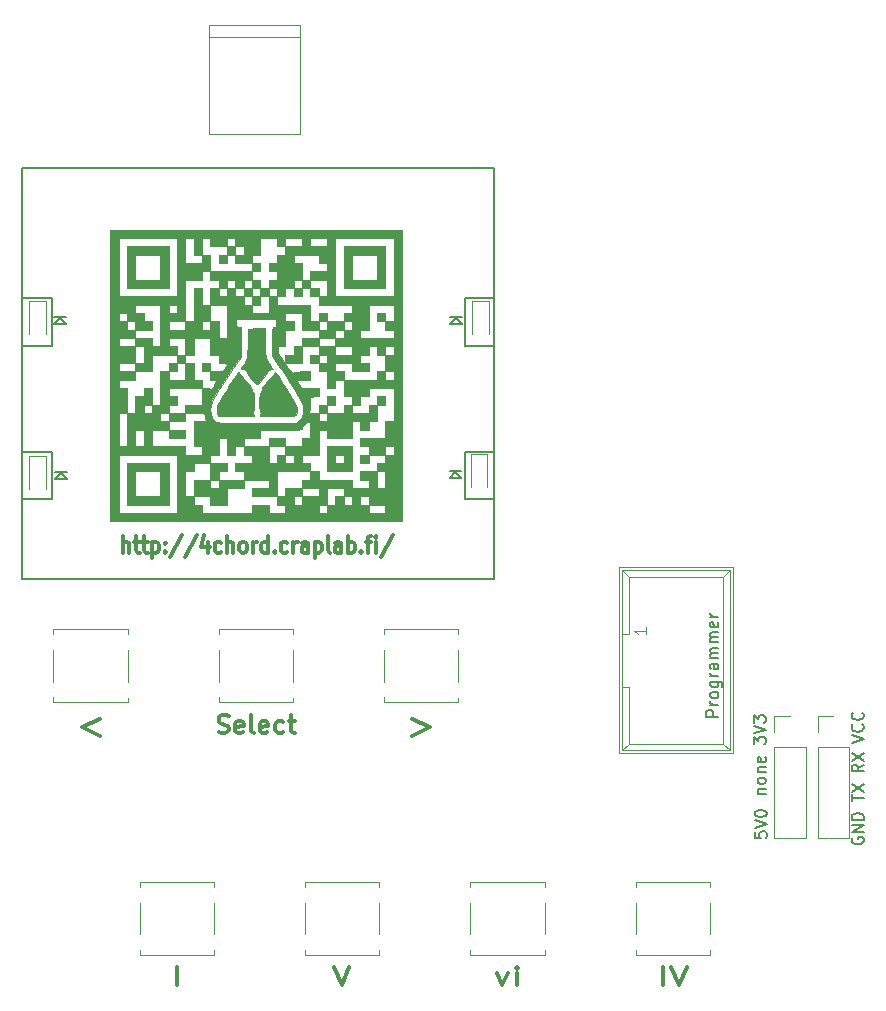
<source format=gto>
G04 #@! TF.FileFunction,Legend,Top*
%FSLAX46Y46*%
G04 Gerber Fmt 4.6, Leading zero omitted, Abs format (unit mm)*
G04 Created by KiCad (PCBNEW 4.0.7-e1-6374~58~ubuntu16.04.1) date Sat Aug 19 03:02:01 2017*
%MOMM*%
%LPD*%
G01*
G04 APERTURE LIST*
%ADD10C,0.100000*%
%ADD11C,0.200000*%
%ADD12C,0.300000*%
%ADD13C,0.150000*%
%ADD14C,0.120000*%
%ADD15C,0.010000*%
G04 APERTURE END LIST*
D10*
D11*
X186452381Y-119233333D02*
X187452381Y-118900000D01*
X186452381Y-118566666D01*
X187357143Y-117661904D02*
X187404762Y-117709523D01*
X187452381Y-117852380D01*
X187452381Y-117947618D01*
X187404762Y-118090476D01*
X187309524Y-118185714D01*
X187214286Y-118233333D01*
X187023810Y-118280952D01*
X186880952Y-118280952D01*
X186690476Y-118233333D01*
X186595238Y-118185714D01*
X186500000Y-118090476D01*
X186452381Y-117947618D01*
X186452381Y-117852380D01*
X186500000Y-117709523D01*
X186547619Y-117661904D01*
X187357143Y-116661904D02*
X187404762Y-116709523D01*
X187452381Y-116852380D01*
X187452381Y-116947618D01*
X187404762Y-117090476D01*
X187309524Y-117185714D01*
X187214286Y-117233333D01*
X187023810Y-117280952D01*
X186880952Y-117280952D01*
X186690476Y-117233333D01*
X186595238Y-117185714D01*
X186500000Y-117090476D01*
X186452381Y-116947618D01*
X186452381Y-116852380D01*
X186500000Y-116709523D01*
X186547619Y-116661904D01*
X187452381Y-121066666D02*
X186976190Y-121400000D01*
X187452381Y-121638095D02*
X186452381Y-121638095D01*
X186452381Y-121257142D01*
X186500000Y-121161904D01*
X186547619Y-121114285D01*
X186642857Y-121066666D01*
X186785714Y-121066666D01*
X186880952Y-121114285D01*
X186928571Y-121161904D01*
X186976190Y-121257142D01*
X186976190Y-121638095D01*
X186452381Y-120733333D02*
X187452381Y-120066666D01*
X186452381Y-120066666D02*
X187452381Y-120733333D01*
X186452381Y-124161905D02*
X186452381Y-123590476D01*
X187452381Y-123876191D02*
X186452381Y-123876191D01*
X186452381Y-123352381D02*
X187452381Y-122685714D01*
X186452381Y-122685714D02*
X187452381Y-123352381D01*
X186500000Y-127261904D02*
X186452381Y-127357142D01*
X186452381Y-127499999D01*
X186500000Y-127642857D01*
X186595238Y-127738095D01*
X186690476Y-127785714D01*
X186880952Y-127833333D01*
X187023810Y-127833333D01*
X187214286Y-127785714D01*
X187309524Y-127738095D01*
X187404762Y-127642857D01*
X187452381Y-127499999D01*
X187452381Y-127404761D01*
X187404762Y-127261904D01*
X187357143Y-127214285D01*
X187023810Y-127214285D01*
X187023810Y-127404761D01*
X187452381Y-126785714D02*
X186452381Y-126785714D01*
X187452381Y-126214285D01*
X186452381Y-126214285D01*
X187452381Y-125738095D02*
X186452381Y-125738095D01*
X186452381Y-125500000D01*
X186500000Y-125357142D01*
X186595238Y-125261904D01*
X186690476Y-125214285D01*
X186880952Y-125166666D01*
X187023810Y-125166666D01*
X187214286Y-125214285D01*
X187309524Y-125261904D01*
X187404762Y-125357142D01*
X187452381Y-125500000D01*
X187452381Y-125738095D01*
X178485714Y-123547619D02*
X179152381Y-123547619D01*
X178580952Y-123547619D02*
X178533333Y-123500000D01*
X178485714Y-123404762D01*
X178485714Y-123261904D01*
X178533333Y-123166666D01*
X178628571Y-123119047D01*
X179152381Y-123119047D01*
X179152381Y-122500000D02*
X179104762Y-122595238D01*
X179057143Y-122642857D01*
X178961905Y-122690476D01*
X178676190Y-122690476D01*
X178580952Y-122642857D01*
X178533333Y-122595238D01*
X178485714Y-122500000D01*
X178485714Y-122357142D01*
X178533333Y-122261904D01*
X178580952Y-122214285D01*
X178676190Y-122166666D01*
X178961905Y-122166666D01*
X179057143Y-122214285D01*
X179104762Y-122261904D01*
X179152381Y-122357142D01*
X179152381Y-122500000D01*
X178485714Y-121738095D02*
X179152381Y-121738095D01*
X178580952Y-121738095D02*
X178533333Y-121690476D01*
X178485714Y-121595238D01*
X178485714Y-121452380D01*
X178533333Y-121357142D01*
X178628571Y-121309523D01*
X179152381Y-121309523D01*
X179104762Y-120452380D02*
X179152381Y-120547618D01*
X179152381Y-120738095D01*
X179104762Y-120833333D01*
X179009524Y-120880952D01*
X178628571Y-120880952D01*
X178533333Y-120833333D01*
X178485714Y-120738095D01*
X178485714Y-120547618D01*
X178533333Y-120452380D01*
X178628571Y-120404761D01*
X178723810Y-120404761D01*
X178819048Y-120880952D01*
X178152381Y-119338095D02*
X178152381Y-118719047D01*
X178533333Y-119052381D01*
X178533333Y-118909523D01*
X178580952Y-118814285D01*
X178628571Y-118766666D01*
X178723810Y-118719047D01*
X178961905Y-118719047D01*
X179057143Y-118766666D01*
X179104762Y-118814285D01*
X179152381Y-118909523D01*
X179152381Y-119195238D01*
X179104762Y-119290476D01*
X179057143Y-119338095D01*
X178152381Y-118433333D02*
X179152381Y-118100000D01*
X178152381Y-117766666D01*
X178152381Y-117528571D02*
X178152381Y-116909523D01*
X178533333Y-117242857D01*
X178533333Y-117099999D01*
X178580952Y-117004761D01*
X178628571Y-116957142D01*
X178723810Y-116909523D01*
X178961905Y-116909523D01*
X179057143Y-116957142D01*
X179104762Y-117004761D01*
X179152381Y-117099999D01*
X179152381Y-117385714D01*
X179104762Y-117480952D01*
X179057143Y-117528571D01*
X178252381Y-126766666D02*
X178252381Y-127242857D01*
X178728571Y-127290476D01*
X178680952Y-127242857D01*
X178633333Y-127147619D01*
X178633333Y-126909523D01*
X178680952Y-126814285D01*
X178728571Y-126766666D01*
X178823810Y-126719047D01*
X179061905Y-126719047D01*
X179157143Y-126766666D01*
X179204762Y-126814285D01*
X179252381Y-126909523D01*
X179252381Y-127147619D01*
X179204762Y-127242857D01*
X179157143Y-127290476D01*
X178252381Y-126433333D02*
X179252381Y-126100000D01*
X178252381Y-125766666D01*
X178252381Y-125242857D02*
X178252381Y-125147618D01*
X178300000Y-125052380D01*
X178347619Y-125004761D01*
X178442857Y-124957142D01*
X178633333Y-124909523D01*
X178871429Y-124909523D01*
X179061905Y-124957142D01*
X179157143Y-125004761D01*
X179204762Y-125052380D01*
X179252381Y-125147618D01*
X179252381Y-125242857D01*
X179204762Y-125338095D01*
X179157143Y-125385714D01*
X179061905Y-125433333D01*
X178871429Y-125480952D01*
X178633333Y-125480952D01*
X178442857Y-125433333D01*
X178347619Y-125385714D01*
X178300000Y-125338095D01*
X178252381Y-125242857D01*
D12*
X124785716Y-103133333D02*
X124785716Y-101733333D01*
X125300002Y-103133333D02*
X125300002Y-102400000D01*
X125242859Y-102266667D01*
X125128573Y-102200000D01*
X124957145Y-102200000D01*
X124842859Y-102266667D01*
X124785716Y-102333333D01*
X125700002Y-102200000D02*
X126157145Y-102200000D01*
X125871430Y-101733333D02*
X125871430Y-102933333D01*
X125928573Y-103066667D01*
X126042859Y-103133333D01*
X126157145Y-103133333D01*
X126385716Y-102200000D02*
X126842859Y-102200000D01*
X126557144Y-101733333D02*
X126557144Y-102933333D01*
X126614287Y-103066667D01*
X126728573Y-103133333D01*
X126842859Y-103133333D01*
X127242858Y-102200000D02*
X127242858Y-103600000D01*
X127242858Y-102266667D02*
X127357144Y-102200000D01*
X127585715Y-102200000D01*
X127700001Y-102266667D01*
X127757144Y-102333333D01*
X127814287Y-102466667D01*
X127814287Y-102866667D01*
X127757144Y-103000000D01*
X127700001Y-103066667D01*
X127585715Y-103133333D01*
X127357144Y-103133333D01*
X127242858Y-103066667D01*
X128328572Y-103000000D02*
X128385715Y-103066667D01*
X128328572Y-103133333D01*
X128271429Y-103066667D01*
X128328572Y-103000000D01*
X128328572Y-103133333D01*
X128328572Y-102266667D02*
X128385715Y-102333333D01*
X128328572Y-102400000D01*
X128271429Y-102333333D01*
X128328572Y-102266667D01*
X128328572Y-102400000D01*
X129757144Y-101666667D02*
X128728573Y-103466667D01*
X131014287Y-101666667D02*
X129985716Y-103466667D01*
X131928573Y-102200000D02*
X131928573Y-103133333D01*
X131642859Y-101666667D02*
X131357144Y-102666667D01*
X132100002Y-102666667D01*
X133071430Y-103066667D02*
X132957144Y-103133333D01*
X132728573Y-103133333D01*
X132614287Y-103066667D01*
X132557144Y-103000000D01*
X132500001Y-102866667D01*
X132500001Y-102466667D01*
X132557144Y-102333333D01*
X132614287Y-102266667D01*
X132728573Y-102200000D01*
X132957144Y-102200000D01*
X133071430Y-102266667D01*
X133585715Y-103133333D02*
X133585715Y-101733333D01*
X134100001Y-103133333D02*
X134100001Y-102400000D01*
X134042858Y-102266667D01*
X133928572Y-102200000D01*
X133757144Y-102200000D01*
X133642858Y-102266667D01*
X133585715Y-102333333D01*
X134842858Y-103133333D02*
X134728572Y-103066667D01*
X134671429Y-103000000D01*
X134614286Y-102866667D01*
X134614286Y-102466667D01*
X134671429Y-102333333D01*
X134728572Y-102266667D01*
X134842858Y-102200000D01*
X135014286Y-102200000D01*
X135128572Y-102266667D01*
X135185715Y-102333333D01*
X135242858Y-102466667D01*
X135242858Y-102866667D01*
X135185715Y-103000000D01*
X135128572Y-103066667D01*
X135014286Y-103133333D01*
X134842858Y-103133333D01*
X135757143Y-103133333D02*
X135757143Y-102200000D01*
X135757143Y-102466667D02*
X135814286Y-102333333D01*
X135871429Y-102266667D01*
X135985715Y-102200000D01*
X136100000Y-102200000D01*
X137014286Y-103133333D02*
X137014286Y-101733333D01*
X137014286Y-103066667D02*
X136900000Y-103133333D01*
X136671429Y-103133333D01*
X136557143Y-103066667D01*
X136500000Y-103000000D01*
X136442857Y-102866667D01*
X136442857Y-102466667D01*
X136500000Y-102333333D01*
X136557143Y-102266667D01*
X136671429Y-102200000D01*
X136900000Y-102200000D01*
X137014286Y-102266667D01*
X137585714Y-103000000D02*
X137642857Y-103066667D01*
X137585714Y-103133333D01*
X137528571Y-103066667D01*
X137585714Y-103000000D01*
X137585714Y-103133333D01*
X138671429Y-103066667D02*
X138557143Y-103133333D01*
X138328572Y-103133333D01*
X138214286Y-103066667D01*
X138157143Y-103000000D01*
X138100000Y-102866667D01*
X138100000Y-102466667D01*
X138157143Y-102333333D01*
X138214286Y-102266667D01*
X138328572Y-102200000D01*
X138557143Y-102200000D01*
X138671429Y-102266667D01*
X139185714Y-103133333D02*
X139185714Y-102200000D01*
X139185714Y-102466667D02*
X139242857Y-102333333D01*
X139300000Y-102266667D01*
X139414286Y-102200000D01*
X139528571Y-102200000D01*
X140442857Y-103133333D02*
X140442857Y-102400000D01*
X140385714Y-102266667D01*
X140271428Y-102200000D01*
X140042857Y-102200000D01*
X139928571Y-102266667D01*
X140442857Y-103066667D02*
X140328571Y-103133333D01*
X140042857Y-103133333D01*
X139928571Y-103066667D01*
X139871428Y-102933333D01*
X139871428Y-102800000D01*
X139928571Y-102666667D01*
X140042857Y-102600000D01*
X140328571Y-102600000D01*
X140442857Y-102533333D01*
X141014285Y-102200000D02*
X141014285Y-103600000D01*
X141014285Y-102266667D02*
X141128571Y-102200000D01*
X141357142Y-102200000D01*
X141471428Y-102266667D01*
X141528571Y-102333333D01*
X141585714Y-102466667D01*
X141585714Y-102866667D01*
X141528571Y-103000000D01*
X141471428Y-103066667D01*
X141357142Y-103133333D01*
X141128571Y-103133333D01*
X141014285Y-103066667D01*
X142271428Y-103133333D02*
X142157142Y-103066667D01*
X142099999Y-102933333D01*
X142099999Y-101733333D01*
X143242856Y-103133333D02*
X143242856Y-102400000D01*
X143185713Y-102266667D01*
X143071427Y-102200000D01*
X142842856Y-102200000D01*
X142728570Y-102266667D01*
X143242856Y-103066667D02*
X143128570Y-103133333D01*
X142842856Y-103133333D01*
X142728570Y-103066667D01*
X142671427Y-102933333D01*
X142671427Y-102800000D01*
X142728570Y-102666667D01*
X142842856Y-102600000D01*
X143128570Y-102600000D01*
X143242856Y-102533333D01*
X143814284Y-103133333D02*
X143814284Y-101733333D01*
X143814284Y-102266667D02*
X143928570Y-102200000D01*
X144157141Y-102200000D01*
X144271427Y-102266667D01*
X144328570Y-102333333D01*
X144385713Y-102466667D01*
X144385713Y-102866667D01*
X144328570Y-103000000D01*
X144271427Y-103066667D01*
X144157141Y-103133333D01*
X143928570Y-103133333D01*
X143814284Y-103066667D01*
X144899998Y-103000000D02*
X144957141Y-103066667D01*
X144899998Y-103133333D01*
X144842855Y-103066667D01*
X144899998Y-103000000D01*
X144899998Y-103133333D01*
X145299999Y-102200000D02*
X145757142Y-102200000D01*
X145471427Y-103133333D02*
X145471427Y-101933333D01*
X145528570Y-101800000D01*
X145642856Y-101733333D01*
X145757142Y-101733333D01*
X146157141Y-103133333D02*
X146157141Y-102200000D01*
X146157141Y-101733333D02*
X146099998Y-101800000D01*
X146157141Y-101866667D01*
X146214284Y-101800000D01*
X146157141Y-101733333D01*
X146157141Y-101866667D01*
X147585713Y-101666667D02*
X146557142Y-103466667D01*
D11*
X118950000Y-83150000D02*
X119950000Y-83150000D01*
X119450000Y-83250000D02*
X118950000Y-83750000D01*
X118950000Y-83750000D02*
X119950000Y-83750000D01*
X119950000Y-83750000D02*
X119450000Y-83250000D01*
X153450000Y-83750000D02*
X152950000Y-83250000D01*
X152450000Y-83750000D02*
X153450000Y-83750000D01*
X152950000Y-83250000D02*
X152450000Y-83750000D01*
X152450000Y-83150000D02*
X153450000Y-83150000D01*
X152400000Y-96200000D02*
X153400000Y-96200000D01*
X152900000Y-96300000D02*
X152400000Y-96800000D01*
X152400000Y-96800000D02*
X153400000Y-96800000D01*
X153400000Y-96800000D02*
X152900000Y-96300000D01*
X120000000Y-96900000D02*
X119500000Y-96400000D01*
X119000000Y-96900000D02*
X120000000Y-96900000D01*
X119500000Y-96400000D02*
X119000000Y-96900000D01*
X119000000Y-96300000D02*
X120000000Y-96300000D01*
D13*
X116200000Y-70600000D02*
X116200000Y-105350000D01*
X156200000Y-70600000D02*
X156200000Y-105350000D01*
X156200000Y-94600000D02*
X153700000Y-94600000D01*
X153700000Y-94600000D02*
X153700000Y-98600000D01*
X153700000Y-98600000D02*
X156200000Y-98600000D01*
X116200000Y-94600000D02*
X118700000Y-94600000D01*
X118700000Y-94600000D02*
X118700000Y-98600000D01*
X118700000Y-98600000D02*
X116200000Y-98600000D01*
X156200000Y-81600000D02*
X153700000Y-81600000D01*
X153700000Y-81600000D02*
X153700000Y-85600000D01*
X153700000Y-85600000D02*
X156200000Y-85600000D01*
X116200000Y-81600000D02*
X118700000Y-81600000D01*
X118700000Y-81600000D02*
X118700000Y-85600000D01*
X118700000Y-85600000D02*
X116200000Y-85600000D01*
X156200000Y-105350000D02*
X116200000Y-105350000D01*
X116200000Y-70600000D02*
X156200000Y-70600000D01*
D14*
X139750000Y-59450000D02*
X132050000Y-59450000D01*
X139750000Y-58450000D02*
X132050000Y-58450000D01*
X132050000Y-58450000D02*
X132050000Y-67650000D01*
X132050000Y-67650000D02*
X139750000Y-67650000D01*
X139750000Y-67650000D02*
X139750000Y-58450000D01*
X118200000Y-81800000D02*
X116800000Y-81800000D01*
X116800000Y-81800000D02*
X116800000Y-84600000D01*
X118200000Y-81800000D02*
X118200000Y-84600000D01*
X155700000Y-81800000D02*
X154300000Y-81800000D01*
X154300000Y-81800000D02*
X154300000Y-84600000D01*
X155700000Y-81800000D02*
X155700000Y-84600000D01*
X118200000Y-94900000D02*
X116800000Y-94900000D01*
X116800000Y-94900000D02*
X116800000Y-97700000D01*
X118200000Y-94900000D02*
X118200000Y-97700000D01*
X155600000Y-94800000D02*
X154200000Y-94800000D01*
X154200000Y-94800000D02*
X154200000Y-97600000D01*
X155600000Y-94800000D02*
X155600000Y-97600000D01*
X183570000Y-119570000D02*
X183570000Y-127250000D01*
X183570000Y-127250000D02*
X186230000Y-127250000D01*
X186230000Y-127250000D02*
X186230000Y-119570000D01*
X186230000Y-119570000D02*
X183570000Y-119570000D01*
X183570000Y-118300000D02*
X183570000Y-116970000D01*
X183570000Y-116970000D02*
X184900000Y-116970000D01*
X118850000Y-115350000D02*
X118850000Y-115800000D01*
X118850000Y-115800000D02*
X125150000Y-115800000D01*
X125150000Y-115800000D02*
X125150000Y-115400000D01*
X118850000Y-114050000D02*
X118850000Y-111350000D01*
X125150000Y-111350000D02*
X125150000Y-114050000D01*
X118850000Y-109600000D02*
X125150000Y-109600000D01*
X125150000Y-109600000D02*
X125150000Y-110050000D01*
X118850000Y-110050000D02*
X118850000Y-109600000D01*
X132850000Y-115350000D02*
X132850000Y-115800000D01*
X132850000Y-115800000D02*
X139150000Y-115800000D01*
X139150000Y-115800000D02*
X139150000Y-115400000D01*
X132850000Y-114050000D02*
X132850000Y-111350000D01*
X139150000Y-111350000D02*
X139150000Y-114050000D01*
X132850000Y-109600000D02*
X139150000Y-109600000D01*
X139150000Y-109600000D02*
X139150000Y-110050000D01*
X132850000Y-110050000D02*
X132850000Y-109600000D01*
X146850000Y-115350000D02*
X146850000Y-115800000D01*
X146850000Y-115800000D02*
X153150000Y-115800000D01*
X153150000Y-115800000D02*
X153150000Y-115400000D01*
X146850000Y-114050000D02*
X146850000Y-111350000D01*
X153150000Y-111350000D02*
X153150000Y-114050000D01*
X146850000Y-109600000D02*
X153150000Y-109600000D01*
X153150000Y-109600000D02*
X153150000Y-110050000D01*
X146850000Y-110050000D02*
X146850000Y-109600000D01*
X126150000Y-136750000D02*
X126150000Y-137200000D01*
X126150000Y-137200000D02*
X132450000Y-137200000D01*
X132450000Y-137200000D02*
X132450000Y-136800000D01*
X126150000Y-135450000D02*
X126150000Y-132750000D01*
X132450000Y-132750000D02*
X132450000Y-135450000D01*
X126150000Y-131000000D02*
X132450000Y-131000000D01*
X132450000Y-131000000D02*
X132450000Y-131450000D01*
X126150000Y-131450000D02*
X126150000Y-131000000D01*
X140150000Y-136750000D02*
X140150000Y-137200000D01*
X140150000Y-137200000D02*
X146450000Y-137200000D01*
X146450000Y-137200000D02*
X146450000Y-136800000D01*
X140150000Y-135450000D02*
X140150000Y-132750000D01*
X146450000Y-132750000D02*
X146450000Y-135450000D01*
X140150000Y-131000000D02*
X146450000Y-131000000D01*
X146450000Y-131000000D02*
X146450000Y-131450000D01*
X140150000Y-131450000D02*
X140150000Y-131000000D01*
X154150000Y-136750000D02*
X154150000Y-137200000D01*
X154150000Y-137200000D02*
X160450000Y-137200000D01*
X160450000Y-137200000D02*
X160450000Y-136800000D01*
X154150000Y-135450000D02*
X154150000Y-132750000D01*
X160450000Y-132750000D02*
X160450000Y-135450000D01*
X154150000Y-131000000D02*
X160450000Y-131000000D01*
X160450000Y-131000000D02*
X160450000Y-131450000D01*
X154150000Y-131450000D02*
X154150000Y-131000000D01*
X168150000Y-136750000D02*
X168150000Y-137200000D01*
X168150000Y-137200000D02*
X174450000Y-137200000D01*
X174450000Y-137200000D02*
X174450000Y-136800000D01*
X168150000Y-135450000D02*
X168150000Y-132750000D01*
X174450000Y-132750000D02*
X174450000Y-135450000D01*
X168150000Y-131000000D02*
X174450000Y-131000000D01*
X174450000Y-131000000D02*
X174450000Y-131450000D01*
X168150000Y-131450000D02*
X168150000Y-131000000D01*
D10*
X176120000Y-104620000D02*
X176120000Y-119860000D01*
X175570000Y-105160000D02*
X175570000Y-119300000D01*
X167020000Y-104620000D02*
X167020000Y-119860000D01*
X167570000Y-105160000D02*
X167570000Y-109990000D01*
X167570000Y-114490000D02*
X167570000Y-119300000D01*
X167570000Y-109990000D02*
X167020000Y-109990000D01*
X167570000Y-114490000D02*
X167020000Y-114490000D01*
X176120000Y-104620000D02*
X167020000Y-104620000D01*
X175570000Y-105160000D02*
X167570000Y-105160000D01*
X176120000Y-119860000D02*
X167020000Y-119860000D01*
X175570000Y-119300000D02*
X167570000Y-119300000D01*
X176120000Y-104620000D02*
X175570000Y-105160000D01*
X176120000Y-119860000D02*
X175570000Y-119300000D01*
X167020000Y-104620000D02*
X167570000Y-105160000D01*
X167020000Y-119860000D02*
X167570000Y-119300000D01*
D14*
X176370000Y-104370000D02*
X176370000Y-120110000D01*
X176370000Y-120110000D02*
X166770000Y-120110000D01*
X166770000Y-120110000D02*
X166770000Y-104370000D01*
X166770000Y-104370000D02*
X176370000Y-104370000D01*
X179899000Y-127250500D02*
X182559000Y-127250500D01*
X179899000Y-119570500D02*
X179899000Y-127250500D01*
X182559000Y-119570500D02*
X182559000Y-127250500D01*
X179899000Y-119570500D02*
X182559000Y-119570500D01*
X179899000Y-118300500D02*
X179899000Y-116970500D01*
X179899000Y-116970500D02*
X181229000Y-116970500D01*
D15*
G36*
X148364222Y-100485222D02*
X123669778Y-100485222D01*
X123669778Y-94840778D01*
X124375333Y-94840778D01*
X124375333Y-99779666D01*
X129314222Y-99779666D01*
X129314222Y-96251889D01*
X130019778Y-96251889D01*
X130019778Y-98368555D01*
X130725333Y-98368555D01*
X130725333Y-99074111D01*
X131430889Y-99074111D01*
X131430889Y-99779666D01*
X135664222Y-99779666D01*
X135664222Y-99074111D01*
X137075333Y-99074111D01*
X137075333Y-99779666D01*
X138486444Y-99779666D01*
X138486444Y-99074111D01*
X137780889Y-99074111D01*
X137780889Y-98368555D01*
X135664222Y-98368555D01*
X135664222Y-97663000D01*
X137075333Y-97663000D01*
X137075333Y-96957444D01*
X134958666Y-96957444D01*
X134958666Y-96251889D01*
X137780889Y-96251889D01*
X137780889Y-98368555D01*
X138486444Y-98368555D01*
X139192000Y-98368555D01*
X139192000Y-99074111D01*
X139897555Y-99074111D01*
X141308666Y-99074111D01*
X141308666Y-99779666D01*
X142014222Y-99779666D01*
X142014222Y-99074111D01*
X141308666Y-99074111D01*
X139897555Y-99074111D01*
X139897555Y-98368555D01*
X139192000Y-98368555D01*
X138486444Y-98368555D01*
X138486444Y-97663000D01*
X139897555Y-97663000D01*
X139897555Y-98368555D01*
X141308666Y-98368555D01*
X141308666Y-97663000D01*
X142014222Y-97663000D01*
X142014222Y-99074111D01*
X142719778Y-99074111D01*
X142719778Y-98368555D01*
X143425333Y-98368555D01*
X143425333Y-99074111D01*
X144130889Y-99074111D01*
X144130889Y-98368555D01*
X144836444Y-98368555D01*
X144836444Y-99074111D01*
X145542000Y-99074111D01*
X145542000Y-99779666D01*
X146953111Y-99779666D01*
X146953111Y-99074111D01*
X145542000Y-99074111D01*
X145542000Y-98368555D01*
X144836444Y-98368555D01*
X144130889Y-98368555D01*
X143425333Y-98368555D01*
X143425333Y-97663000D01*
X142014222Y-97663000D01*
X141308666Y-97663000D01*
X139897555Y-97663000D01*
X139897555Y-96957444D01*
X140603111Y-96957444D01*
X140603111Y-96251889D01*
X137780889Y-96251889D01*
X134958666Y-96251889D01*
X134253111Y-96251889D01*
X134253111Y-95546333D01*
X135664222Y-95546333D01*
X135664222Y-94840778D01*
X134958666Y-94840778D01*
X134958666Y-94135222D01*
X134253111Y-94135222D01*
X134253111Y-94840778D01*
X133547555Y-94840778D01*
X133547555Y-93429666D01*
X134958666Y-93429666D01*
X134958666Y-94135222D01*
X137075333Y-94135222D01*
X137075333Y-95546333D01*
X137780889Y-95546333D01*
X137780889Y-94840778D01*
X138486444Y-94840778D01*
X138486444Y-95546333D01*
X139192000Y-95546333D01*
X139192000Y-94840778D01*
X139897555Y-94840778D01*
X139897555Y-95546333D01*
X140603111Y-95546333D01*
X140603111Y-96251889D01*
X141308666Y-96251889D01*
X141308666Y-96957444D01*
X144130889Y-96957444D01*
X144130889Y-97663000D01*
X145542000Y-97663000D01*
X145542000Y-96957444D01*
X144836444Y-96957444D01*
X144836444Y-96251889D01*
X146247555Y-96251889D01*
X146247555Y-97663000D01*
X146953111Y-97663000D01*
X146953111Y-96251889D01*
X146247555Y-96251889D01*
X146247555Y-95546333D01*
X146953111Y-95546333D01*
X146953111Y-94840778D01*
X145542000Y-94840778D01*
X145542000Y-94135222D01*
X146953111Y-94135222D01*
X146953111Y-94840778D01*
X147658666Y-94840778D01*
X147658666Y-94135222D01*
X146953111Y-94135222D01*
X145542000Y-94135222D01*
X144836444Y-94135222D01*
X144836444Y-93429666D01*
X146953111Y-93429666D01*
X146953111Y-92018555D01*
X147658666Y-92018555D01*
X147658666Y-89196333D01*
X145542000Y-89196333D01*
X145542000Y-89901889D01*
X144836444Y-89901889D01*
X144836444Y-90607444D01*
X144130889Y-90607444D01*
X144130889Y-91313000D01*
X145542000Y-91313000D01*
X145542000Y-90607444D01*
X146247555Y-90607444D01*
X146247555Y-92018555D01*
X145542000Y-92018555D01*
X145542000Y-92724111D01*
X144836444Y-92724111D01*
X144836444Y-92018555D01*
X144130889Y-92018555D01*
X144130889Y-93429666D01*
X142014222Y-93429666D01*
X142014222Y-92724111D01*
X141308666Y-92724111D01*
X141308666Y-94840778D01*
X139897555Y-94840778D01*
X139192000Y-94840778D01*
X138486444Y-94840778D01*
X138486444Y-94135222D01*
X139897555Y-94135222D01*
X139897555Y-93429666D01*
X140603111Y-93429666D01*
X140603111Y-92724111D01*
X140600408Y-92400138D01*
X140589488Y-92192443D01*
X140566132Y-92076248D01*
X140526122Y-92026777D01*
X140482998Y-92018555D01*
X140347495Y-92071022D01*
X140179823Y-92200503D01*
X140022377Y-92365121D01*
X139917554Y-92522997D01*
X139897555Y-92596840D01*
X139889782Y-92636131D01*
X139855679Y-92666408D01*
X139779075Y-92688836D01*
X139643797Y-92704584D01*
X139433671Y-92714818D01*
X139132525Y-92720706D01*
X138724186Y-92723413D01*
X138192482Y-92724107D01*
X138133666Y-92724111D01*
X136369778Y-92724111D01*
X136369778Y-93429666D01*
X134958666Y-93429666D01*
X133547555Y-93429666D01*
X132842000Y-93429666D01*
X132842000Y-94840778D01*
X132136444Y-94840778D01*
X132136444Y-95546333D01*
X130725333Y-95546333D01*
X130725333Y-96251889D01*
X130019778Y-96251889D01*
X129314222Y-96251889D01*
X129314222Y-94840778D01*
X124375333Y-94840778D01*
X123669778Y-94840778D01*
X123669778Y-91313000D01*
X124375333Y-91313000D01*
X124375333Y-94135222D01*
X125080889Y-94135222D01*
X125080889Y-92724111D01*
X125786444Y-92724111D01*
X125786444Y-94135222D01*
X126492000Y-94135222D01*
X126492000Y-92724111D01*
X127197555Y-92724111D01*
X127197555Y-94135222D01*
X130019778Y-94135222D01*
X130019778Y-94840778D01*
X131430889Y-94840778D01*
X131430889Y-94135222D01*
X130725333Y-94135222D01*
X130725333Y-92018555D01*
X131262048Y-92018555D01*
X131533007Y-92015447D01*
X131688712Y-92001769D01*
X131754961Y-91970993D01*
X131757555Y-91916589D01*
X131749935Y-91895083D01*
X131703524Y-91738040D01*
X131662599Y-91542305D01*
X131624092Y-91313000D01*
X130019778Y-91313000D01*
X130019778Y-90932014D01*
X132148757Y-90932014D01*
X132170123Y-91372420D01*
X132294382Y-91723214D01*
X132519424Y-91979152D01*
X132589408Y-92026621D01*
X132646931Y-92057576D01*
X132717365Y-92083314D01*
X132813418Y-92104313D01*
X132947796Y-92121056D01*
X133133208Y-92134022D01*
X133382360Y-92143691D01*
X133707960Y-92150543D01*
X134122715Y-92155060D01*
X134639333Y-92157721D01*
X135270521Y-92159006D01*
X136028987Y-92159395D01*
X136102739Y-92159403D01*
X139398756Y-92159666D01*
X139643848Y-91944473D01*
X139891422Y-91641097D01*
X140015226Y-91272629D01*
X140022952Y-90892056D01*
X139964908Y-90649443D01*
X139827821Y-90317690D01*
X139609867Y-89893672D01*
X139309222Y-89374262D01*
X138924064Y-88756336D01*
X138452569Y-88036766D01*
X137892914Y-87212428D01*
X137786809Y-87058661D01*
X137357555Y-86437933D01*
X137357555Y-85246762D01*
X137358073Y-84811768D01*
X137361387Y-84497679D01*
X137370142Y-84284289D01*
X137386978Y-84151393D01*
X137414541Y-84078783D01*
X137455472Y-84046254D01*
X137512414Y-84033601D01*
X137516305Y-84033046D01*
X137615538Y-83998312D01*
X137668267Y-83905148D01*
X137693834Y-83715175D01*
X137696560Y-83675361D01*
X137718065Y-83340222D01*
X134315935Y-83340222D01*
X134337439Y-83675361D01*
X134358257Y-83879802D01*
X134402224Y-83982830D01*
X134493275Y-84024139D01*
X134552972Y-84032825D01*
X134747000Y-84055150D01*
X134747000Y-86524183D01*
X134069218Y-87489841D01*
X133774989Y-87920179D01*
X133447344Y-88417481D01*
X133122395Y-88925916D01*
X132836252Y-89389652D01*
X132783892Y-89477107D01*
X132557324Y-89861635D01*
X132394015Y-90151344D01*
X132282972Y-90371413D01*
X132213205Y-90547021D01*
X132173723Y-90703346D01*
X132153532Y-90865567D01*
X132148757Y-90932014D01*
X130019778Y-90932014D01*
X130019778Y-90607444D01*
X131430889Y-90607444D01*
X131430889Y-89196333D01*
X128608666Y-89196333D01*
X128608666Y-89901889D01*
X129314222Y-89901889D01*
X129314222Y-90607444D01*
X128608666Y-90607444D01*
X128608666Y-91313000D01*
X127903111Y-91313000D01*
X127903111Y-92018555D01*
X128608666Y-92018555D01*
X128608666Y-92724111D01*
X127197555Y-92724111D01*
X126492000Y-92724111D01*
X125786444Y-92724111D01*
X125080889Y-92724111D01*
X125080889Y-91313000D01*
X124375333Y-91313000D01*
X123669778Y-91313000D01*
X123669778Y-88490778D01*
X124375333Y-88490778D01*
X124375333Y-89196333D01*
X125080889Y-89196333D01*
X125080889Y-91313000D01*
X125786444Y-91313000D01*
X125786444Y-90607444D01*
X126492000Y-90607444D01*
X126492000Y-91313000D01*
X127197555Y-91313000D01*
X127197555Y-90607444D01*
X126492000Y-90607444D01*
X125786444Y-90607444D01*
X125786444Y-89901889D01*
X126492000Y-89901889D01*
X126492000Y-89196333D01*
X127197555Y-89196333D01*
X127197555Y-90607444D01*
X127903111Y-90607444D01*
X127903111Y-87785222D01*
X128608666Y-87785222D01*
X128608666Y-88490778D01*
X130019778Y-88490778D01*
X130019778Y-87079666D01*
X130725333Y-87079666D01*
X130725333Y-88490778D01*
X131430889Y-88490778D01*
X131430889Y-89196333D01*
X131778493Y-89196333D01*
X131998798Y-89207705D01*
X132112180Y-89248963D01*
X132149367Y-89317165D01*
X132192804Y-89332732D01*
X132290781Y-89222013D01*
X132436763Y-88994609D01*
X132565083Y-88775365D01*
X132658997Y-88607605D01*
X132700325Y-88523922D01*
X132700889Y-88520999D01*
X132638221Y-88502064D01*
X132481693Y-88491542D01*
X132418666Y-88490778D01*
X132136444Y-88490778D01*
X132136444Y-87785222D01*
X133181258Y-87785222D01*
X133429909Y-87450083D01*
X133678561Y-87114944D01*
X133260280Y-87093939D01*
X132842000Y-87072933D01*
X132842000Y-86374111D01*
X132136444Y-86374111D01*
X132136444Y-84963000D01*
X130725333Y-84963000D01*
X130725333Y-86374111D01*
X130019778Y-86374111D01*
X130019778Y-84963000D01*
X128608666Y-84963000D01*
X128608666Y-85668555D01*
X129314222Y-85668555D01*
X129314222Y-86374111D01*
X127197555Y-86374111D01*
X127197555Y-87785222D01*
X125786444Y-87785222D01*
X125786444Y-88490778D01*
X124375333Y-88490778D01*
X123669778Y-88490778D01*
X123669778Y-87079666D01*
X124375333Y-87079666D01*
X124375333Y-87785222D01*
X125786444Y-87785222D01*
X125786444Y-87079666D01*
X124375333Y-87079666D01*
X123669778Y-87079666D01*
X123669778Y-84963000D01*
X124375333Y-84963000D01*
X124375333Y-85668555D01*
X125786444Y-85668555D01*
X125786444Y-87079666D01*
X126492000Y-87079666D01*
X126492000Y-85668555D01*
X125786444Y-85668555D01*
X125786444Y-84963000D01*
X124375333Y-84963000D01*
X123669778Y-84963000D01*
X123669778Y-82846333D01*
X124375333Y-82846333D01*
X124375333Y-83551889D01*
X125080889Y-83551889D01*
X125080889Y-84257444D01*
X125786444Y-84257444D01*
X125786444Y-83551889D01*
X125080889Y-83551889D01*
X125080889Y-82846333D01*
X124375333Y-82846333D01*
X123669778Y-82846333D01*
X123669778Y-82140778D01*
X125786444Y-82140778D01*
X125786444Y-82846333D01*
X126492000Y-82846333D01*
X126492000Y-83551889D01*
X127197555Y-83551889D01*
X127197555Y-84257444D01*
X125786444Y-84257444D01*
X125786444Y-84963000D01*
X127197555Y-84963000D01*
X127197555Y-85668555D01*
X127903111Y-85668555D01*
X127903111Y-83551889D01*
X128608666Y-83551889D01*
X128608666Y-84257444D01*
X130019778Y-84257444D01*
X130019778Y-83551889D01*
X128608666Y-83551889D01*
X127903111Y-83551889D01*
X127903111Y-82140778D01*
X128608666Y-82140778D01*
X128608666Y-82846333D01*
X129314222Y-82846333D01*
X129314222Y-82140778D01*
X128608666Y-82140778D01*
X127903111Y-82140778D01*
X125786444Y-82140778D01*
X123669778Y-82140778D01*
X123669778Y-76496333D01*
X124375333Y-76496333D01*
X124375333Y-81435222D01*
X129314222Y-81435222D01*
X129314222Y-80024111D01*
X130019778Y-80024111D01*
X130019778Y-83551889D01*
X130725333Y-83551889D01*
X131430889Y-83551889D01*
X131430889Y-84257444D01*
X132136444Y-84257444D01*
X132136444Y-83551889D01*
X131430889Y-83551889D01*
X130725333Y-83551889D01*
X130725333Y-80729666D01*
X131430889Y-80729666D01*
X131430889Y-82140778D01*
X132136444Y-82140778D01*
X132136444Y-83551889D01*
X132842000Y-83551889D01*
X132842000Y-84963000D01*
X133547555Y-84963000D01*
X133547555Y-82140778D01*
X132136444Y-82140778D01*
X132136444Y-80729666D01*
X132842000Y-80729666D01*
X132842000Y-81435222D01*
X133547555Y-81435222D01*
X133547555Y-80729666D01*
X134253111Y-80729666D01*
X134253111Y-81435222D01*
X134958666Y-81435222D01*
X134958666Y-82140778D01*
X135664222Y-82140778D01*
X135664222Y-82846333D01*
X137075333Y-82846333D01*
X137075333Y-81435222D01*
X137780889Y-81435222D01*
X137780889Y-82140778D01*
X140603111Y-82140778D01*
X140603111Y-83551889D01*
X141308666Y-83551889D01*
X141308666Y-84257444D01*
X139897555Y-84257444D01*
X139897555Y-82846333D01*
X138486444Y-82846333D01*
X138486444Y-83551889D01*
X139192000Y-83551889D01*
X139192000Y-84257444D01*
X138486444Y-84257444D01*
X138486444Y-85668555D01*
X137851444Y-85668555D01*
X137851444Y-85941338D01*
X137863167Y-86063705D01*
X137906029Y-86200216D01*
X137991570Y-86372242D01*
X138131328Y-86601153D01*
X138336845Y-86908316D01*
X138504083Y-87149913D01*
X138757699Y-87508080D01*
X138943681Y-87756821D01*
X139070248Y-87905700D01*
X139145620Y-87964281D01*
X139178018Y-87942128D01*
X139179268Y-87935463D01*
X139198398Y-87866890D01*
X139248671Y-87823109D01*
X139356692Y-87798592D01*
X139549066Y-87787811D01*
X139852399Y-87785241D01*
X139902462Y-87785222D01*
X140603111Y-87785222D01*
X140603111Y-88490778D01*
X139409495Y-88490778D01*
X139628794Y-88843555D01*
X139848092Y-89196333D01*
X141308666Y-89196333D01*
X141308666Y-89901889D01*
X140955889Y-89901889D01*
X140746132Y-89908029D01*
X140641475Y-89937682D01*
X140606064Y-90007690D01*
X140603111Y-90067632D01*
X140597268Y-90217653D01*
X140581865Y-90458884D01*
X140560093Y-90742003D01*
X140557480Y-90773188D01*
X140511849Y-91313000D01*
X141308666Y-91313000D01*
X141308666Y-92018555D01*
X142014222Y-92018555D01*
X142014222Y-91313000D01*
X143425333Y-91313000D01*
X143425333Y-90607444D01*
X144130889Y-90607444D01*
X144130889Y-89901889D01*
X143425333Y-89901889D01*
X143425333Y-88490778D01*
X142719778Y-88490778D01*
X142719778Y-89196333D01*
X142014222Y-89196333D01*
X142014222Y-87785222D01*
X141308666Y-87785222D01*
X141308666Y-87079666D01*
X142014222Y-87079666D01*
X142719778Y-87079666D01*
X142719778Y-87785222D01*
X143425333Y-87785222D01*
X143425333Y-88490778D01*
X146247555Y-88490778D01*
X146247555Y-87785222D01*
X146953111Y-87785222D01*
X146953111Y-88490778D01*
X147658666Y-88490778D01*
X147658666Y-87785222D01*
X146953111Y-87785222D01*
X146953111Y-86374111D01*
X146247555Y-86374111D01*
X146247555Y-85668555D01*
X146953111Y-85668555D01*
X146953111Y-86374111D01*
X147658666Y-86374111D01*
X147658666Y-85668555D01*
X146953111Y-85668555D01*
X146247555Y-85668555D01*
X145542000Y-85668555D01*
X145542000Y-86374111D01*
X144836444Y-86374111D01*
X144836444Y-87079666D01*
X145542000Y-87079666D01*
X145542000Y-87785222D01*
X144130889Y-87785222D01*
X144130889Y-87079666D01*
X142719778Y-87079666D01*
X142014222Y-87079666D01*
X142014222Y-86374111D01*
X141308666Y-86374111D01*
X141308666Y-85668555D01*
X142719778Y-85668555D01*
X142719778Y-86374111D01*
X144130889Y-86374111D01*
X144130889Y-85668555D01*
X142719778Y-85668555D01*
X142719778Y-84963000D01*
X143425333Y-84963000D01*
X143425333Y-84257444D01*
X144130889Y-84257444D01*
X144836444Y-84257444D01*
X144836444Y-84963000D01*
X147658666Y-84963000D01*
X147658666Y-84257444D01*
X146953111Y-84257444D01*
X146953111Y-83551889D01*
X147658666Y-83551889D01*
X147658666Y-82140778D01*
X145542000Y-82140778D01*
X145542000Y-84257444D01*
X144836444Y-84257444D01*
X144130889Y-84257444D01*
X144130889Y-83551889D01*
X143425333Y-83551889D01*
X143425333Y-82846333D01*
X144130889Y-82846333D01*
X144130889Y-82140778D01*
X141308666Y-82140778D01*
X141308666Y-81435222D01*
X142014222Y-81435222D01*
X142014222Y-80024111D01*
X140603111Y-80024111D01*
X140603111Y-79318555D01*
X142014222Y-79318555D01*
X142014222Y-78613000D01*
X141308666Y-78613000D01*
X141308666Y-77907444D01*
X139192000Y-77907444D01*
X139192000Y-78613000D01*
X139897555Y-78613000D01*
X139897555Y-80024111D01*
X139192000Y-80024111D01*
X139192000Y-80729666D01*
X138486444Y-80729666D01*
X138486444Y-81435222D01*
X137780889Y-81435222D01*
X137780889Y-80729666D01*
X137075333Y-80729666D01*
X137075333Y-80024111D01*
X137780889Y-80024111D01*
X137780889Y-79318555D01*
X137075333Y-79318555D01*
X137075333Y-78613000D01*
X137780889Y-78613000D01*
X137780889Y-77907444D01*
X138486444Y-77907444D01*
X138486444Y-77201889D01*
X137780889Y-77201889D01*
X137780889Y-76496333D01*
X138486444Y-76496333D01*
X138486444Y-77201889D01*
X139897555Y-77201889D01*
X139897555Y-76496333D01*
X140603111Y-76496333D01*
X140603111Y-77201889D01*
X142014222Y-77201889D01*
X142014222Y-76496333D01*
X142719778Y-76496333D01*
X142719778Y-81435222D01*
X147658666Y-81435222D01*
X147658666Y-76496333D01*
X142719778Y-76496333D01*
X142014222Y-76496333D01*
X140603111Y-76496333D01*
X139897555Y-76496333D01*
X138486444Y-76496333D01*
X137780889Y-76496333D01*
X136369778Y-76496333D01*
X136369778Y-77907444D01*
X135664222Y-77907444D01*
X135664222Y-78613000D01*
X134253111Y-78613000D01*
X134253111Y-77907444D01*
X134958666Y-77907444D01*
X134958666Y-77201889D01*
X134253111Y-77201889D01*
X134253111Y-76496333D01*
X133547555Y-76496333D01*
X133547555Y-77201889D01*
X132136444Y-77201889D01*
X132136444Y-76496333D01*
X131430889Y-76496333D01*
X131430889Y-77907444D01*
X132136444Y-77907444D01*
X132136444Y-79318555D01*
X131430889Y-79318555D01*
X131430889Y-80024111D01*
X130019778Y-80024111D01*
X129314222Y-80024111D01*
X129314222Y-76496333D01*
X130019778Y-76496333D01*
X130019778Y-78613000D01*
X131430889Y-78613000D01*
X131430889Y-77907444D01*
X130725333Y-77907444D01*
X130725333Y-76496333D01*
X130019778Y-76496333D01*
X129314222Y-76496333D01*
X124375333Y-76496333D01*
X123669778Y-76496333D01*
X123669778Y-75790778D01*
X148364222Y-75790778D01*
X148364222Y-100485222D01*
X148364222Y-100485222D01*
G37*
X148364222Y-100485222D02*
X123669778Y-100485222D01*
X123669778Y-94840778D01*
X124375333Y-94840778D01*
X124375333Y-99779666D01*
X129314222Y-99779666D01*
X129314222Y-96251889D01*
X130019778Y-96251889D01*
X130019778Y-98368555D01*
X130725333Y-98368555D01*
X130725333Y-99074111D01*
X131430889Y-99074111D01*
X131430889Y-99779666D01*
X135664222Y-99779666D01*
X135664222Y-99074111D01*
X137075333Y-99074111D01*
X137075333Y-99779666D01*
X138486444Y-99779666D01*
X138486444Y-99074111D01*
X137780889Y-99074111D01*
X137780889Y-98368555D01*
X135664222Y-98368555D01*
X135664222Y-97663000D01*
X137075333Y-97663000D01*
X137075333Y-96957444D01*
X134958666Y-96957444D01*
X134958666Y-96251889D01*
X137780889Y-96251889D01*
X137780889Y-98368555D01*
X138486444Y-98368555D01*
X139192000Y-98368555D01*
X139192000Y-99074111D01*
X139897555Y-99074111D01*
X141308666Y-99074111D01*
X141308666Y-99779666D01*
X142014222Y-99779666D01*
X142014222Y-99074111D01*
X141308666Y-99074111D01*
X139897555Y-99074111D01*
X139897555Y-98368555D01*
X139192000Y-98368555D01*
X138486444Y-98368555D01*
X138486444Y-97663000D01*
X139897555Y-97663000D01*
X139897555Y-98368555D01*
X141308666Y-98368555D01*
X141308666Y-97663000D01*
X142014222Y-97663000D01*
X142014222Y-99074111D01*
X142719778Y-99074111D01*
X142719778Y-98368555D01*
X143425333Y-98368555D01*
X143425333Y-99074111D01*
X144130889Y-99074111D01*
X144130889Y-98368555D01*
X144836444Y-98368555D01*
X144836444Y-99074111D01*
X145542000Y-99074111D01*
X145542000Y-99779666D01*
X146953111Y-99779666D01*
X146953111Y-99074111D01*
X145542000Y-99074111D01*
X145542000Y-98368555D01*
X144836444Y-98368555D01*
X144130889Y-98368555D01*
X143425333Y-98368555D01*
X143425333Y-97663000D01*
X142014222Y-97663000D01*
X141308666Y-97663000D01*
X139897555Y-97663000D01*
X139897555Y-96957444D01*
X140603111Y-96957444D01*
X140603111Y-96251889D01*
X137780889Y-96251889D01*
X134958666Y-96251889D01*
X134253111Y-96251889D01*
X134253111Y-95546333D01*
X135664222Y-95546333D01*
X135664222Y-94840778D01*
X134958666Y-94840778D01*
X134958666Y-94135222D01*
X134253111Y-94135222D01*
X134253111Y-94840778D01*
X133547555Y-94840778D01*
X133547555Y-93429666D01*
X134958666Y-93429666D01*
X134958666Y-94135222D01*
X137075333Y-94135222D01*
X137075333Y-95546333D01*
X137780889Y-95546333D01*
X137780889Y-94840778D01*
X138486444Y-94840778D01*
X138486444Y-95546333D01*
X139192000Y-95546333D01*
X139192000Y-94840778D01*
X139897555Y-94840778D01*
X139897555Y-95546333D01*
X140603111Y-95546333D01*
X140603111Y-96251889D01*
X141308666Y-96251889D01*
X141308666Y-96957444D01*
X144130889Y-96957444D01*
X144130889Y-97663000D01*
X145542000Y-97663000D01*
X145542000Y-96957444D01*
X144836444Y-96957444D01*
X144836444Y-96251889D01*
X146247555Y-96251889D01*
X146247555Y-97663000D01*
X146953111Y-97663000D01*
X146953111Y-96251889D01*
X146247555Y-96251889D01*
X146247555Y-95546333D01*
X146953111Y-95546333D01*
X146953111Y-94840778D01*
X145542000Y-94840778D01*
X145542000Y-94135222D01*
X146953111Y-94135222D01*
X146953111Y-94840778D01*
X147658666Y-94840778D01*
X147658666Y-94135222D01*
X146953111Y-94135222D01*
X145542000Y-94135222D01*
X144836444Y-94135222D01*
X144836444Y-93429666D01*
X146953111Y-93429666D01*
X146953111Y-92018555D01*
X147658666Y-92018555D01*
X147658666Y-89196333D01*
X145542000Y-89196333D01*
X145542000Y-89901889D01*
X144836444Y-89901889D01*
X144836444Y-90607444D01*
X144130889Y-90607444D01*
X144130889Y-91313000D01*
X145542000Y-91313000D01*
X145542000Y-90607444D01*
X146247555Y-90607444D01*
X146247555Y-92018555D01*
X145542000Y-92018555D01*
X145542000Y-92724111D01*
X144836444Y-92724111D01*
X144836444Y-92018555D01*
X144130889Y-92018555D01*
X144130889Y-93429666D01*
X142014222Y-93429666D01*
X142014222Y-92724111D01*
X141308666Y-92724111D01*
X141308666Y-94840778D01*
X139897555Y-94840778D01*
X139192000Y-94840778D01*
X138486444Y-94840778D01*
X138486444Y-94135222D01*
X139897555Y-94135222D01*
X139897555Y-93429666D01*
X140603111Y-93429666D01*
X140603111Y-92724111D01*
X140600408Y-92400138D01*
X140589488Y-92192443D01*
X140566132Y-92076248D01*
X140526122Y-92026777D01*
X140482998Y-92018555D01*
X140347495Y-92071022D01*
X140179823Y-92200503D01*
X140022377Y-92365121D01*
X139917554Y-92522997D01*
X139897555Y-92596840D01*
X139889782Y-92636131D01*
X139855679Y-92666408D01*
X139779075Y-92688836D01*
X139643797Y-92704584D01*
X139433671Y-92714818D01*
X139132525Y-92720706D01*
X138724186Y-92723413D01*
X138192482Y-92724107D01*
X138133666Y-92724111D01*
X136369778Y-92724111D01*
X136369778Y-93429666D01*
X134958666Y-93429666D01*
X133547555Y-93429666D01*
X132842000Y-93429666D01*
X132842000Y-94840778D01*
X132136444Y-94840778D01*
X132136444Y-95546333D01*
X130725333Y-95546333D01*
X130725333Y-96251889D01*
X130019778Y-96251889D01*
X129314222Y-96251889D01*
X129314222Y-94840778D01*
X124375333Y-94840778D01*
X123669778Y-94840778D01*
X123669778Y-91313000D01*
X124375333Y-91313000D01*
X124375333Y-94135222D01*
X125080889Y-94135222D01*
X125080889Y-92724111D01*
X125786444Y-92724111D01*
X125786444Y-94135222D01*
X126492000Y-94135222D01*
X126492000Y-92724111D01*
X127197555Y-92724111D01*
X127197555Y-94135222D01*
X130019778Y-94135222D01*
X130019778Y-94840778D01*
X131430889Y-94840778D01*
X131430889Y-94135222D01*
X130725333Y-94135222D01*
X130725333Y-92018555D01*
X131262048Y-92018555D01*
X131533007Y-92015447D01*
X131688712Y-92001769D01*
X131754961Y-91970993D01*
X131757555Y-91916589D01*
X131749935Y-91895083D01*
X131703524Y-91738040D01*
X131662599Y-91542305D01*
X131624092Y-91313000D01*
X130019778Y-91313000D01*
X130019778Y-90932014D01*
X132148757Y-90932014D01*
X132170123Y-91372420D01*
X132294382Y-91723214D01*
X132519424Y-91979152D01*
X132589408Y-92026621D01*
X132646931Y-92057576D01*
X132717365Y-92083314D01*
X132813418Y-92104313D01*
X132947796Y-92121056D01*
X133133208Y-92134022D01*
X133382360Y-92143691D01*
X133707960Y-92150543D01*
X134122715Y-92155060D01*
X134639333Y-92157721D01*
X135270521Y-92159006D01*
X136028987Y-92159395D01*
X136102739Y-92159403D01*
X139398756Y-92159666D01*
X139643848Y-91944473D01*
X139891422Y-91641097D01*
X140015226Y-91272629D01*
X140022952Y-90892056D01*
X139964908Y-90649443D01*
X139827821Y-90317690D01*
X139609867Y-89893672D01*
X139309222Y-89374262D01*
X138924064Y-88756336D01*
X138452569Y-88036766D01*
X137892914Y-87212428D01*
X137786809Y-87058661D01*
X137357555Y-86437933D01*
X137357555Y-85246762D01*
X137358073Y-84811768D01*
X137361387Y-84497679D01*
X137370142Y-84284289D01*
X137386978Y-84151393D01*
X137414541Y-84078783D01*
X137455472Y-84046254D01*
X137512414Y-84033601D01*
X137516305Y-84033046D01*
X137615538Y-83998312D01*
X137668267Y-83905148D01*
X137693834Y-83715175D01*
X137696560Y-83675361D01*
X137718065Y-83340222D01*
X134315935Y-83340222D01*
X134337439Y-83675361D01*
X134358257Y-83879802D01*
X134402224Y-83982830D01*
X134493275Y-84024139D01*
X134552972Y-84032825D01*
X134747000Y-84055150D01*
X134747000Y-86524183D01*
X134069218Y-87489841D01*
X133774989Y-87920179D01*
X133447344Y-88417481D01*
X133122395Y-88925916D01*
X132836252Y-89389652D01*
X132783892Y-89477107D01*
X132557324Y-89861635D01*
X132394015Y-90151344D01*
X132282972Y-90371413D01*
X132213205Y-90547021D01*
X132173723Y-90703346D01*
X132153532Y-90865567D01*
X132148757Y-90932014D01*
X130019778Y-90932014D01*
X130019778Y-90607444D01*
X131430889Y-90607444D01*
X131430889Y-89196333D01*
X128608666Y-89196333D01*
X128608666Y-89901889D01*
X129314222Y-89901889D01*
X129314222Y-90607444D01*
X128608666Y-90607444D01*
X128608666Y-91313000D01*
X127903111Y-91313000D01*
X127903111Y-92018555D01*
X128608666Y-92018555D01*
X128608666Y-92724111D01*
X127197555Y-92724111D01*
X126492000Y-92724111D01*
X125786444Y-92724111D01*
X125080889Y-92724111D01*
X125080889Y-91313000D01*
X124375333Y-91313000D01*
X123669778Y-91313000D01*
X123669778Y-88490778D01*
X124375333Y-88490778D01*
X124375333Y-89196333D01*
X125080889Y-89196333D01*
X125080889Y-91313000D01*
X125786444Y-91313000D01*
X125786444Y-90607444D01*
X126492000Y-90607444D01*
X126492000Y-91313000D01*
X127197555Y-91313000D01*
X127197555Y-90607444D01*
X126492000Y-90607444D01*
X125786444Y-90607444D01*
X125786444Y-89901889D01*
X126492000Y-89901889D01*
X126492000Y-89196333D01*
X127197555Y-89196333D01*
X127197555Y-90607444D01*
X127903111Y-90607444D01*
X127903111Y-87785222D01*
X128608666Y-87785222D01*
X128608666Y-88490778D01*
X130019778Y-88490778D01*
X130019778Y-87079666D01*
X130725333Y-87079666D01*
X130725333Y-88490778D01*
X131430889Y-88490778D01*
X131430889Y-89196333D01*
X131778493Y-89196333D01*
X131998798Y-89207705D01*
X132112180Y-89248963D01*
X132149367Y-89317165D01*
X132192804Y-89332732D01*
X132290781Y-89222013D01*
X132436763Y-88994609D01*
X132565083Y-88775365D01*
X132658997Y-88607605D01*
X132700325Y-88523922D01*
X132700889Y-88520999D01*
X132638221Y-88502064D01*
X132481693Y-88491542D01*
X132418666Y-88490778D01*
X132136444Y-88490778D01*
X132136444Y-87785222D01*
X133181258Y-87785222D01*
X133429909Y-87450083D01*
X133678561Y-87114944D01*
X133260280Y-87093939D01*
X132842000Y-87072933D01*
X132842000Y-86374111D01*
X132136444Y-86374111D01*
X132136444Y-84963000D01*
X130725333Y-84963000D01*
X130725333Y-86374111D01*
X130019778Y-86374111D01*
X130019778Y-84963000D01*
X128608666Y-84963000D01*
X128608666Y-85668555D01*
X129314222Y-85668555D01*
X129314222Y-86374111D01*
X127197555Y-86374111D01*
X127197555Y-87785222D01*
X125786444Y-87785222D01*
X125786444Y-88490778D01*
X124375333Y-88490778D01*
X123669778Y-88490778D01*
X123669778Y-87079666D01*
X124375333Y-87079666D01*
X124375333Y-87785222D01*
X125786444Y-87785222D01*
X125786444Y-87079666D01*
X124375333Y-87079666D01*
X123669778Y-87079666D01*
X123669778Y-84963000D01*
X124375333Y-84963000D01*
X124375333Y-85668555D01*
X125786444Y-85668555D01*
X125786444Y-87079666D01*
X126492000Y-87079666D01*
X126492000Y-85668555D01*
X125786444Y-85668555D01*
X125786444Y-84963000D01*
X124375333Y-84963000D01*
X123669778Y-84963000D01*
X123669778Y-82846333D01*
X124375333Y-82846333D01*
X124375333Y-83551889D01*
X125080889Y-83551889D01*
X125080889Y-84257444D01*
X125786444Y-84257444D01*
X125786444Y-83551889D01*
X125080889Y-83551889D01*
X125080889Y-82846333D01*
X124375333Y-82846333D01*
X123669778Y-82846333D01*
X123669778Y-82140778D01*
X125786444Y-82140778D01*
X125786444Y-82846333D01*
X126492000Y-82846333D01*
X126492000Y-83551889D01*
X127197555Y-83551889D01*
X127197555Y-84257444D01*
X125786444Y-84257444D01*
X125786444Y-84963000D01*
X127197555Y-84963000D01*
X127197555Y-85668555D01*
X127903111Y-85668555D01*
X127903111Y-83551889D01*
X128608666Y-83551889D01*
X128608666Y-84257444D01*
X130019778Y-84257444D01*
X130019778Y-83551889D01*
X128608666Y-83551889D01*
X127903111Y-83551889D01*
X127903111Y-82140778D01*
X128608666Y-82140778D01*
X128608666Y-82846333D01*
X129314222Y-82846333D01*
X129314222Y-82140778D01*
X128608666Y-82140778D01*
X127903111Y-82140778D01*
X125786444Y-82140778D01*
X123669778Y-82140778D01*
X123669778Y-76496333D01*
X124375333Y-76496333D01*
X124375333Y-81435222D01*
X129314222Y-81435222D01*
X129314222Y-80024111D01*
X130019778Y-80024111D01*
X130019778Y-83551889D01*
X130725333Y-83551889D01*
X131430889Y-83551889D01*
X131430889Y-84257444D01*
X132136444Y-84257444D01*
X132136444Y-83551889D01*
X131430889Y-83551889D01*
X130725333Y-83551889D01*
X130725333Y-80729666D01*
X131430889Y-80729666D01*
X131430889Y-82140778D01*
X132136444Y-82140778D01*
X132136444Y-83551889D01*
X132842000Y-83551889D01*
X132842000Y-84963000D01*
X133547555Y-84963000D01*
X133547555Y-82140778D01*
X132136444Y-82140778D01*
X132136444Y-80729666D01*
X132842000Y-80729666D01*
X132842000Y-81435222D01*
X133547555Y-81435222D01*
X133547555Y-80729666D01*
X134253111Y-80729666D01*
X134253111Y-81435222D01*
X134958666Y-81435222D01*
X134958666Y-82140778D01*
X135664222Y-82140778D01*
X135664222Y-82846333D01*
X137075333Y-82846333D01*
X137075333Y-81435222D01*
X137780889Y-81435222D01*
X137780889Y-82140778D01*
X140603111Y-82140778D01*
X140603111Y-83551889D01*
X141308666Y-83551889D01*
X141308666Y-84257444D01*
X139897555Y-84257444D01*
X139897555Y-82846333D01*
X138486444Y-82846333D01*
X138486444Y-83551889D01*
X139192000Y-83551889D01*
X139192000Y-84257444D01*
X138486444Y-84257444D01*
X138486444Y-85668555D01*
X137851444Y-85668555D01*
X137851444Y-85941338D01*
X137863167Y-86063705D01*
X137906029Y-86200216D01*
X137991570Y-86372242D01*
X138131328Y-86601153D01*
X138336845Y-86908316D01*
X138504083Y-87149913D01*
X138757699Y-87508080D01*
X138943681Y-87756821D01*
X139070248Y-87905700D01*
X139145620Y-87964281D01*
X139178018Y-87942128D01*
X139179268Y-87935463D01*
X139198398Y-87866890D01*
X139248671Y-87823109D01*
X139356692Y-87798592D01*
X139549066Y-87787811D01*
X139852399Y-87785241D01*
X139902462Y-87785222D01*
X140603111Y-87785222D01*
X140603111Y-88490778D01*
X139409495Y-88490778D01*
X139628794Y-88843555D01*
X139848092Y-89196333D01*
X141308666Y-89196333D01*
X141308666Y-89901889D01*
X140955889Y-89901889D01*
X140746132Y-89908029D01*
X140641475Y-89937682D01*
X140606064Y-90007690D01*
X140603111Y-90067632D01*
X140597268Y-90217653D01*
X140581865Y-90458884D01*
X140560093Y-90742003D01*
X140557480Y-90773188D01*
X140511849Y-91313000D01*
X141308666Y-91313000D01*
X141308666Y-92018555D01*
X142014222Y-92018555D01*
X142014222Y-91313000D01*
X143425333Y-91313000D01*
X143425333Y-90607444D01*
X144130889Y-90607444D01*
X144130889Y-89901889D01*
X143425333Y-89901889D01*
X143425333Y-88490778D01*
X142719778Y-88490778D01*
X142719778Y-89196333D01*
X142014222Y-89196333D01*
X142014222Y-87785222D01*
X141308666Y-87785222D01*
X141308666Y-87079666D01*
X142014222Y-87079666D01*
X142719778Y-87079666D01*
X142719778Y-87785222D01*
X143425333Y-87785222D01*
X143425333Y-88490778D01*
X146247555Y-88490778D01*
X146247555Y-87785222D01*
X146953111Y-87785222D01*
X146953111Y-88490778D01*
X147658666Y-88490778D01*
X147658666Y-87785222D01*
X146953111Y-87785222D01*
X146953111Y-86374111D01*
X146247555Y-86374111D01*
X146247555Y-85668555D01*
X146953111Y-85668555D01*
X146953111Y-86374111D01*
X147658666Y-86374111D01*
X147658666Y-85668555D01*
X146953111Y-85668555D01*
X146247555Y-85668555D01*
X145542000Y-85668555D01*
X145542000Y-86374111D01*
X144836444Y-86374111D01*
X144836444Y-87079666D01*
X145542000Y-87079666D01*
X145542000Y-87785222D01*
X144130889Y-87785222D01*
X144130889Y-87079666D01*
X142719778Y-87079666D01*
X142014222Y-87079666D01*
X142014222Y-86374111D01*
X141308666Y-86374111D01*
X141308666Y-85668555D01*
X142719778Y-85668555D01*
X142719778Y-86374111D01*
X144130889Y-86374111D01*
X144130889Y-85668555D01*
X142719778Y-85668555D01*
X142719778Y-84963000D01*
X143425333Y-84963000D01*
X143425333Y-84257444D01*
X144130889Y-84257444D01*
X144836444Y-84257444D01*
X144836444Y-84963000D01*
X147658666Y-84963000D01*
X147658666Y-84257444D01*
X146953111Y-84257444D01*
X146953111Y-83551889D01*
X147658666Y-83551889D01*
X147658666Y-82140778D01*
X145542000Y-82140778D01*
X145542000Y-84257444D01*
X144836444Y-84257444D01*
X144130889Y-84257444D01*
X144130889Y-83551889D01*
X143425333Y-83551889D01*
X143425333Y-82846333D01*
X144130889Y-82846333D01*
X144130889Y-82140778D01*
X141308666Y-82140778D01*
X141308666Y-81435222D01*
X142014222Y-81435222D01*
X142014222Y-80024111D01*
X140603111Y-80024111D01*
X140603111Y-79318555D01*
X142014222Y-79318555D01*
X142014222Y-78613000D01*
X141308666Y-78613000D01*
X141308666Y-77907444D01*
X139192000Y-77907444D01*
X139192000Y-78613000D01*
X139897555Y-78613000D01*
X139897555Y-80024111D01*
X139192000Y-80024111D01*
X139192000Y-80729666D01*
X138486444Y-80729666D01*
X138486444Y-81435222D01*
X137780889Y-81435222D01*
X137780889Y-80729666D01*
X137075333Y-80729666D01*
X137075333Y-80024111D01*
X137780889Y-80024111D01*
X137780889Y-79318555D01*
X137075333Y-79318555D01*
X137075333Y-78613000D01*
X137780889Y-78613000D01*
X137780889Y-77907444D01*
X138486444Y-77907444D01*
X138486444Y-77201889D01*
X137780889Y-77201889D01*
X137780889Y-76496333D01*
X138486444Y-76496333D01*
X138486444Y-77201889D01*
X139897555Y-77201889D01*
X139897555Y-76496333D01*
X140603111Y-76496333D01*
X140603111Y-77201889D01*
X142014222Y-77201889D01*
X142014222Y-76496333D01*
X142719778Y-76496333D01*
X142719778Y-81435222D01*
X147658666Y-81435222D01*
X147658666Y-76496333D01*
X142719778Y-76496333D01*
X142014222Y-76496333D01*
X140603111Y-76496333D01*
X139897555Y-76496333D01*
X138486444Y-76496333D01*
X137780889Y-76496333D01*
X136369778Y-76496333D01*
X136369778Y-77907444D01*
X135664222Y-77907444D01*
X135664222Y-78613000D01*
X134253111Y-78613000D01*
X134253111Y-77907444D01*
X134958666Y-77907444D01*
X134958666Y-77201889D01*
X134253111Y-77201889D01*
X134253111Y-76496333D01*
X133547555Y-76496333D01*
X133547555Y-77201889D01*
X132136444Y-77201889D01*
X132136444Y-76496333D01*
X131430889Y-76496333D01*
X131430889Y-77907444D01*
X132136444Y-77907444D01*
X132136444Y-79318555D01*
X131430889Y-79318555D01*
X131430889Y-80024111D01*
X130019778Y-80024111D01*
X129314222Y-80024111D01*
X129314222Y-76496333D01*
X130019778Y-76496333D01*
X130019778Y-78613000D01*
X131430889Y-78613000D01*
X131430889Y-77907444D01*
X130725333Y-77907444D01*
X130725333Y-76496333D01*
X130019778Y-76496333D01*
X129314222Y-76496333D01*
X124375333Y-76496333D01*
X123669778Y-76496333D01*
X123669778Y-75790778D01*
X148364222Y-75790778D01*
X148364222Y-100485222D01*
G36*
X128608666Y-99074111D02*
X125080889Y-99074111D01*
X125080889Y-96251889D01*
X125786444Y-96251889D01*
X125786444Y-98368555D01*
X127903111Y-98368555D01*
X127903111Y-96251889D01*
X125786444Y-96251889D01*
X125080889Y-96251889D01*
X125080889Y-95546333D01*
X128608666Y-95546333D01*
X128608666Y-99074111D01*
X128608666Y-99074111D01*
G37*
X128608666Y-99074111D02*
X125080889Y-99074111D01*
X125080889Y-96251889D01*
X125786444Y-96251889D01*
X125786444Y-98368555D01*
X127903111Y-98368555D01*
X127903111Y-96251889D01*
X125786444Y-96251889D01*
X125080889Y-96251889D01*
X125080889Y-95546333D01*
X128608666Y-95546333D01*
X128608666Y-99074111D01*
G36*
X134958666Y-96957444D02*
X134958666Y-97663000D01*
X133547555Y-97663000D01*
X133547555Y-99074111D01*
X132136444Y-99074111D01*
X132136444Y-98368555D01*
X130725333Y-98368555D01*
X130725333Y-96957444D01*
X132136444Y-96957444D01*
X132136444Y-97663000D01*
X132842000Y-97663000D01*
X132842000Y-96957444D01*
X132136444Y-96957444D01*
X132136444Y-95546333D01*
X133547555Y-95546333D01*
X133547555Y-96251889D01*
X132842000Y-96251889D01*
X132842000Y-96957444D01*
X134958666Y-96957444D01*
X134958666Y-96957444D01*
G37*
X134958666Y-96957444D02*
X134958666Y-97663000D01*
X133547555Y-97663000D01*
X133547555Y-99074111D01*
X132136444Y-99074111D01*
X132136444Y-98368555D01*
X130725333Y-98368555D01*
X130725333Y-96957444D01*
X132136444Y-96957444D01*
X132136444Y-97663000D01*
X132842000Y-97663000D01*
X132842000Y-96957444D01*
X132136444Y-96957444D01*
X132136444Y-95546333D01*
X133547555Y-95546333D01*
X133547555Y-96251889D01*
X132842000Y-96251889D01*
X132842000Y-96957444D01*
X134958666Y-96957444D01*
G36*
X144130889Y-96251889D02*
X142014222Y-96251889D01*
X142014222Y-94840778D01*
X142719778Y-94840778D01*
X142719778Y-95546333D01*
X143425333Y-95546333D01*
X143425333Y-94840778D01*
X142719778Y-94840778D01*
X142014222Y-94840778D01*
X142014222Y-94135222D01*
X144130889Y-94135222D01*
X144130889Y-96251889D01*
X144130889Y-96251889D01*
G37*
X144130889Y-96251889D02*
X142014222Y-96251889D01*
X142014222Y-94840778D01*
X142719778Y-94840778D01*
X142719778Y-95546333D01*
X143425333Y-95546333D01*
X143425333Y-94840778D01*
X142719778Y-94840778D01*
X142014222Y-94840778D01*
X142014222Y-94135222D01*
X144130889Y-94135222D01*
X144130889Y-96251889D01*
G36*
X145542000Y-95546333D02*
X144836444Y-95546333D01*
X144836444Y-94840778D01*
X145542000Y-94840778D01*
X145542000Y-95546333D01*
X145542000Y-95546333D01*
G37*
X145542000Y-95546333D02*
X144836444Y-95546333D01*
X144836444Y-94840778D01*
X145542000Y-94840778D01*
X145542000Y-95546333D01*
G36*
X138486444Y-94135222D02*
X137075333Y-94135222D01*
X137075333Y-93429666D01*
X138486444Y-93429666D01*
X138486444Y-94135222D01*
X138486444Y-94135222D01*
G37*
X138486444Y-94135222D02*
X137075333Y-94135222D01*
X137075333Y-93429666D01*
X138486444Y-93429666D01*
X138486444Y-94135222D01*
G36*
X142014222Y-91313000D02*
X141308666Y-91313000D01*
X141308666Y-90607444D01*
X142014222Y-90607444D01*
X142014222Y-91313000D01*
X142014222Y-91313000D01*
G37*
X142014222Y-91313000D02*
X141308666Y-91313000D01*
X141308666Y-90607444D01*
X142014222Y-90607444D01*
X142014222Y-91313000D01*
G36*
X142719778Y-90607444D02*
X142014222Y-90607444D01*
X142014222Y-89901889D01*
X142719778Y-89901889D01*
X142719778Y-90607444D01*
X142719778Y-90607444D01*
G37*
X142719778Y-90607444D02*
X142014222Y-90607444D01*
X142014222Y-89901889D01*
X142719778Y-89901889D01*
X142719778Y-90607444D01*
G36*
X146953111Y-90607444D02*
X146247555Y-90607444D01*
X146247555Y-89901889D01*
X146953111Y-89901889D01*
X146953111Y-90607444D01*
X146953111Y-90607444D01*
G37*
X146953111Y-90607444D02*
X146247555Y-90607444D01*
X146247555Y-89901889D01*
X146953111Y-89901889D01*
X146953111Y-90607444D01*
G36*
X139897555Y-87079666D02*
X138486444Y-87079666D01*
X138486444Y-86374111D01*
X139192000Y-86374111D01*
X139192000Y-85668555D01*
X139897555Y-85668555D01*
X139897555Y-87079666D01*
X139897555Y-87079666D01*
G37*
X139897555Y-87079666D02*
X138486444Y-87079666D01*
X138486444Y-86374111D01*
X139192000Y-86374111D01*
X139192000Y-85668555D01*
X139897555Y-85668555D01*
X139897555Y-87079666D01*
G36*
X141308666Y-85668555D02*
X139897555Y-85668555D01*
X139897555Y-84963000D01*
X141308666Y-84963000D01*
X141308666Y-85668555D01*
X141308666Y-85668555D01*
G37*
X141308666Y-85668555D02*
X139897555Y-85668555D01*
X139897555Y-84963000D01*
X141308666Y-84963000D01*
X141308666Y-85668555D01*
G36*
X143425333Y-84257444D02*
X142719778Y-84257444D01*
X142719778Y-84963000D01*
X141308666Y-84963000D01*
X141308666Y-84257444D01*
X142014222Y-84257444D01*
X142014222Y-83551889D01*
X143425333Y-83551889D01*
X143425333Y-84257444D01*
X143425333Y-84257444D01*
G37*
X143425333Y-84257444D02*
X142719778Y-84257444D01*
X142719778Y-84963000D01*
X141308666Y-84963000D01*
X141308666Y-84257444D01*
X142014222Y-84257444D01*
X142014222Y-83551889D01*
X143425333Y-83551889D01*
X143425333Y-84257444D01*
G36*
X142014222Y-83551889D02*
X141308666Y-83551889D01*
X141308666Y-82846333D01*
X142014222Y-82846333D01*
X142014222Y-83551889D01*
X142014222Y-83551889D01*
G37*
X142014222Y-83551889D02*
X141308666Y-83551889D01*
X141308666Y-82846333D01*
X142014222Y-82846333D01*
X142014222Y-83551889D01*
G36*
X141308666Y-87079666D02*
X140603111Y-87079666D01*
X140603111Y-86374111D01*
X141308666Y-86374111D01*
X141308666Y-87079666D01*
X141308666Y-87079666D01*
G37*
X141308666Y-87079666D02*
X140603111Y-87079666D01*
X140603111Y-86374111D01*
X141308666Y-86374111D01*
X141308666Y-87079666D01*
G36*
X136369778Y-82140778D02*
X135664222Y-82140778D01*
X135664222Y-81435222D01*
X136369778Y-81435222D01*
X136369778Y-82140778D01*
X136369778Y-82140778D01*
G37*
X136369778Y-82140778D02*
X135664222Y-82140778D01*
X135664222Y-81435222D01*
X136369778Y-81435222D01*
X136369778Y-82140778D01*
G36*
X137075333Y-81435222D02*
X136369778Y-81435222D01*
X136369778Y-80729666D01*
X137075333Y-80729666D01*
X137075333Y-81435222D01*
X137075333Y-81435222D01*
G37*
X137075333Y-81435222D02*
X136369778Y-81435222D01*
X136369778Y-80729666D01*
X137075333Y-80729666D01*
X137075333Y-81435222D01*
G36*
X136369778Y-79318555D02*
X135664222Y-79318555D01*
X135664222Y-78613000D01*
X136369778Y-78613000D01*
X136369778Y-79318555D01*
X136369778Y-79318555D01*
G37*
X136369778Y-79318555D02*
X135664222Y-79318555D01*
X135664222Y-78613000D01*
X136369778Y-78613000D01*
X136369778Y-79318555D01*
G36*
X136369778Y-80024111D02*
X136369778Y-80729666D01*
X135664222Y-80729666D01*
X135664222Y-81435222D01*
X134958666Y-81435222D01*
X134958666Y-80729666D01*
X134253111Y-80729666D01*
X134253111Y-80024111D01*
X134958666Y-80024111D01*
X134958666Y-80729666D01*
X135664222Y-80729666D01*
X135664222Y-80024111D01*
X134958666Y-80024111D01*
X134253111Y-80024111D01*
X133547555Y-80024111D01*
X133547555Y-80729666D01*
X132842000Y-80729666D01*
X132842000Y-80024111D01*
X132136444Y-80024111D01*
X132136444Y-79318555D01*
X135664222Y-79318555D01*
X135664222Y-80024111D01*
X136369778Y-80024111D01*
X136369778Y-80024111D01*
G37*
X136369778Y-80024111D02*
X136369778Y-80729666D01*
X135664222Y-80729666D01*
X135664222Y-81435222D01*
X134958666Y-81435222D01*
X134958666Y-80729666D01*
X134253111Y-80729666D01*
X134253111Y-80024111D01*
X134958666Y-80024111D01*
X134958666Y-80729666D01*
X135664222Y-80729666D01*
X135664222Y-80024111D01*
X134958666Y-80024111D01*
X134253111Y-80024111D01*
X133547555Y-80024111D01*
X133547555Y-80729666D01*
X132842000Y-80729666D01*
X132842000Y-80024111D01*
X132136444Y-80024111D01*
X132136444Y-79318555D01*
X135664222Y-79318555D01*
X135664222Y-80024111D01*
X136369778Y-80024111D01*
G36*
X141308666Y-81435222D02*
X140603111Y-81435222D01*
X140603111Y-80729666D01*
X141308666Y-80729666D01*
X141308666Y-81435222D01*
X141308666Y-81435222D01*
G37*
X141308666Y-81435222D02*
X140603111Y-81435222D01*
X140603111Y-80729666D01*
X141308666Y-80729666D01*
X141308666Y-81435222D01*
G36*
X139897555Y-81435222D02*
X139192000Y-81435222D01*
X139192000Y-80729666D01*
X139897555Y-80729666D01*
X139897555Y-81435222D01*
X139897555Y-81435222D01*
G37*
X139897555Y-81435222D02*
X139192000Y-81435222D01*
X139192000Y-80729666D01*
X139897555Y-80729666D01*
X139897555Y-81435222D01*
G36*
X140603111Y-80729666D02*
X139897555Y-80729666D01*
X139897555Y-80024111D01*
X140603111Y-80024111D01*
X140603111Y-80729666D01*
X140603111Y-80729666D01*
G37*
X140603111Y-80729666D02*
X139897555Y-80729666D01*
X139897555Y-80024111D01*
X140603111Y-80024111D01*
X140603111Y-80729666D01*
G36*
X133547555Y-78613000D02*
X132842000Y-78613000D01*
X132842000Y-77907444D01*
X133547555Y-77907444D01*
X133547555Y-78613000D01*
X133547555Y-78613000D01*
G37*
X133547555Y-78613000D02*
X132842000Y-78613000D01*
X132842000Y-77907444D01*
X133547555Y-77907444D01*
X133547555Y-78613000D01*
G36*
X134253111Y-77907444D02*
X133547555Y-77907444D01*
X133547555Y-77201889D01*
X134253111Y-77201889D01*
X134253111Y-77907444D01*
X134253111Y-77907444D01*
G37*
X134253111Y-77907444D02*
X133547555Y-77907444D01*
X133547555Y-77201889D01*
X134253111Y-77201889D01*
X134253111Y-77907444D01*
G36*
X130019778Y-93429666D02*
X128608666Y-93429666D01*
X128608666Y-92724111D01*
X130019778Y-92724111D01*
X130019778Y-93429666D01*
X130019778Y-93429666D01*
G37*
X130019778Y-93429666D02*
X128608666Y-93429666D01*
X128608666Y-92724111D01*
X130019778Y-92724111D01*
X130019778Y-93429666D01*
G36*
X130019778Y-92018555D02*
X128608666Y-92018555D01*
X128608666Y-91313000D01*
X130019778Y-91313000D01*
X130019778Y-92018555D01*
X130019778Y-92018555D01*
G37*
X130019778Y-92018555D02*
X128608666Y-92018555D01*
X128608666Y-91313000D01*
X130019778Y-91313000D01*
X130019778Y-92018555D01*
G36*
X129314222Y-87785222D02*
X128608666Y-87785222D01*
X128608666Y-87079666D01*
X129314222Y-87079666D01*
X129314222Y-87785222D01*
X129314222Y-87785222D01*
G37*
X129314222Y-87785222D02*
X128608666Y-87785222D01*
X128608666Y-87079666D01*
X129314222Y-87079666D01*
X129314222Y-87785222D01*
G36*
X130019778Y-87079666D02*
X129314222Y-87079666D01*
X129314222Y-86374111D01*
X130019778Y-86374111D01*
X130019778Y-87079666D01*
X130019778Y-87079666D01*
G37*
X130019778Y-87079666D02*
X129314222Y-87079666D01*
X129314222Y-86374111D01*
X130019778Y-86374111D01*
X130019778Y-87079666D01*
G36*
X132136444Y-87785222D02*
X131430889Y-87785222D01*
X131430889Y-87079666D01*
X132136444Y-87079666D01*
X132136444Y-87785222D01*
X132136444Y-87785222D01*
G37*
X132136444Y-87785222D02*
X131430889Y-87785222D01*
X131430889Y-87079666D01*
X132136444Y-87079666D01*
X132136444Y-87785222D01*
G36*
X134590046Y-87890648D02*
X134593385Y-87910432D01*
X134667149Y-88066673D01*
X134788210Y-88183653D01*
X134935862Y-88309187D01*
X135116438Y-88503038D01*
X135304674Y-88732397D01*
X135475303Y-88964455D01*
X135603060Y-89166404D01*
X135662677Y-89305436D01*
X135664222Y-89321170D01*
X135714722Y-89482374D01*
X135770055Y-89549111D01*
X135820841Y-89661395D01*
X135856100Y-89876072D01*
X135875320Y-90155224D01*
X135877985Y-90460936D01*
X135863581Y-90755288D01*
X135831592Y-91000364D01*
X135791626Y-91138519D01*
X135742696Y-91310789D01*
X135789032Y-91454169D01*
X135792224Y-91459339D01*
X135815412Y-91504051D01*
X135810537Y-91537697D01*
X135761053Y-91561850D01*
X135650416Y-91578080D01*
X135462081Y-91587960D01*
X135179504Y-91593062D01*
X134786141Y-91594958D01*
X134362024Y-91595222D01*
X133861192Y-91594532D01*
X133483068Y-91591408D01*
X133209256Y-91584269D01*
X133021356Y-91571534D01*
X132900970Y-91551622D01*
X132829698Y-91522951D01*
X132789143Y-91483941D01*
X132773927Y-91458749D01*
X132727686Y-91302977D01*
X132702461Y-91083071D01*
X132700889Y-91017217D01*
X132711504Y-90882347D01*
X132750153Y-90733483D01*
X132827042Y-90548179D01*
X132952375Y-90303991D01*
X133136357Y-89978474D01*
X133300101Y-89699336D01*
X133530733Y-89315785D01*
X133766772Y-88934100D01*
X133986398Y-88588855D01*
X134167787Y-88314623D01*
X134234963Y-88218229D01*
X134401084Y-87992782D01*
X134505278Y-87871933D01*
X134563085Y-87842337D01*
X134590046Y-87890648D01*
X134590046Y-87890648D01*
G37*
X134590046Y-87890648D02*
X134593385Y-87910432D01*
X134667149Y-88066673D01*
X134788210Y-88183653D01*
X134935862Y-88309187D01*
X135116438Y-88503038D01*
X135304674Y-88732397D01*
X135475303Y-88964455D01*
X135603060Y-89166404D01*
X135662677Y-89305436D01*
X135664222Y-89321170D01*
X135714722Y-89482374D01*
X135770055Y-89549111D01*
X135820841Y-89661395D01*
X135856100Y-89876072D01*
X135875320Y-90155224D01*
X135877985Y-90460936D01*
X135863581Y-90755288D01*
X135831592Y-91000364D01*
X135791626Y-91138519D01*
X135742696Y-91310789D01*
X135789032Y-91454169D01*
X135792224Y-91459339D01*
X135815412Y-91504051D01*
X135810537Y-91537697D01*
X135761053Y-91561850D01*
X135650416Y-91578080D01*
X135462081Y-91587960D01*
X135179504Y-91593062D01*
X134786141Y-91594958D01*
X134362024Y-91595222D01*
X133861192Y-91594532D01*
X133483068Y-91591408D01*
X133209256Y-91584269D01*
X133021356Y-91571534D01*
X132900970Y-91551622D01*
X132829698Y-91522951D01*
X132789143Y-91483941D01*
X132773927Y-91458749D01*
X132727686Y-91302977D01*
X132702461Y-91083071D01*
X132700889Y-91017217D01*
X132711504Y-90882347D01*
X132750153Y-90733483D01*
X132827042Y-90548179D01*
X132952375Y-90303991D01*
X133136357Y-89978474D01*
X133300101Y-89699336D01*
X133530733Y-89315785D01*
X133766772Y-88934100D01*
X133986398Y-88588855D01*
X134167787Y-88314623D01*
X134234963Y-88218229D01*
X134401084Y-87992782D01*
X134505278Y-87871933D01*
X134563085Y-87842337D01*
X134590046Y-87890648D01*
G36*
X137714329Y-87942980D02*
X137838428Y-88111555D01*
X138004511Y-88356248D01*
X138250588Y-88732006D01*
X138513237Y-89146409D01*
X138773078Y-89567651D01*
X139010729Y-89963929D01*
X139206811Y-90303438D01*
X139332050Y-90534808D01*
X139448878Y-90866600D01*
X139461387Y-91177647D01*
X139368315Y-91432719D01*
X139364388Y-91438412D01*
X139323341Y-91490599D01*
X139270596Y-91529701D01*
X139187011Y-91557604D01*
X139053448Y-91576197D01*
X138850765Y-91587367D01*
X138559824Y-91593002D01*
X138161483Y-91594990D01*
X137774405Y-91595222D01*
X137282576Y-91594837D01*
X136915003Y-91592555D01*
X136654833Y-91586682D01*
X136485210Y-91575524D01*
X136389280Y-91557389D01*
X136350189Y-91530583D01*
X136351083Y-91493413D01*
X136369778Y-91454111D01*
X136405922Y-91269492D01*
X136372260Y-91176527D01*
X136330745Y-91022051D01*
X136306406Y-90773439D01*
X136298401Y-90470493D01*
X136305889Y-90153015D01*
X136328030Y-89860807D01*
X136363983Y-89633671D01*
X136407299Y-89517987D01*
X136489953Y-89356971D01*
X136510889Y-89251358D01*
X136556209Y-89135140D01*
X136674514Y-88951445D01*
X136839313Y-88732889D01*
X137024121Y-88512086D01*
X137202449Y-88321648D01*
X137347809Y-88194191D01*
X137390529Y-88168271D01*
X137514973Y-88051164D01*
X137568545Y-87932914D01*
X137594038Y-87867885D01*
X137637749Y-87866498D01*
X137714329Y-87942980D01*
X137714329Y-87942980D01*
G37*
X137714329Y-87942980D02*
X137838428Y-88111555D01*
X138004511Y-88356248D01*
X138250588Y-88732006D01*
X138513237Y-89146409D01*
X138773078Y-89567651D01*
X139010729Y-89963929D01*
X139206811Y-90303438D01*
X139332050Y-90534808D01*
X139448878Y-90866600D01*
X139461387Y-91177647D01*
X139368315Y-91432719D01*
X139364388Y-91438412D01*
X139323341Y-91490599D01*
X139270596Y-91529701D01*
X139187011Y-91557604D01*
X139053448Y-91576197D01*
X138850765Y-91587367D01*
X138559824Y-91593002D01*
X138161483Y-91594990D01*
X137774405Y-91595222D01*
X137282576Y-91594837D01*
X136915003Y-91592555D01*
X136654833Y-91586682D01*
X136485210Y-91575524D01*
X136389280Y-91557389D01*
X136350189Y-91530583D01*
X136351083Y-91493413D01*
X136369778Y-91454111D01*
X136405922Y-91269492D01*
X136372260Y-91176527D01*
X136330745Y-91022051D01*
X136306406Y-90773439D01*
X136298401Y-90470493D01*
X136305889Y-90153015D01*
X136328030Y-89860807D01*
X136363983Y-89633671D01*
X136407299Y-89517987D01*
X136489953Y-89356971D01*
X136510889Y-89251358D01*
X136556209Y-89135140D01*
X136674514Y-88951445D01*
X136839313Y-88732889D01*
X137024121Y-88512086D01*
X137202449Y-88321648D01*
X137347809Y-88194191D01*
X137390529Y-88168271D01*
X137514973Y-88051164D01*
X137568545Y-87932914D01*
X137594038Y-87867885D01*
X137637749Y-87866498D01*
X137714329Y-87942980D01*
G36*
X136793111Y-85302801D02*
X136794136Y-85742757D01*
X136799221Y-86067448D01*
X136811381Y-86302714D01*
X136833632Y-86474397D01*
X136868989Y-86608339D01*
X136920467Y-86730382D01*
X136971210Y-86829163D01*
X137111120Y-87073086D01*
X137260175Y-87304806D01*
X137319210Y-87386874D01*
X137489112Y-87609626D01*
X137264584Y-87609229D01*
X137092131Y-87636261D01*
X136977837Y-87744116D01*
X136926986Y-87835130D01*
X136822635Y-88010334D01*
X136669244Y-88229447D01*
X136493336Y-88458965D01*
X136321435Y-88665383D01*
X136180061Y-88815197D01*
X136106150Y-88872043D01*
X136024169Y-88837402D01*
X135881379Y-88710570D01*
X135700700Y-88512941D01*
X135629900Y-88427477D01*
X135454215Y-88198426D01*
X135319806Y-88001083D01*
X135247637Y-87867169D01*
X135240889Y-87838975D01*
X135179682Y-87688369D01*
X135026533Y-87597862D01*
X134850822Y-87591208D01*
X134727023Y-87606646D01*
X134721291Y-87560733D01*
X134777383Y-87476039D01*
X134948650Y-87231813D01*
X135075675Y-87033744D01*
X135165737Y-86853830D01*
X135226114Y-86664069D01*
X135264087Y-86436461D01*
X135286933Y-86143002D01*
X135301934Y-85755693D01*
X135311444Y-85421611D01*
X135346722Y-84151611D01*
X136069916Y-84131504D01*
X136793111Y-84111397D01*
X136793111Y-85302801D01*
X136793111Y-85302801D01*
G37*
X136793111Y-85302801D02*
X136794136Y-85742757D01*
X136799221Y-86067448D01*
X136811381Y-86302714D01*
X136833632Y-86474397D01*
X136868989Y-86608339D01*
X136920467Y-86730382D01*
X136971210Y-86829163D01*
X137111120Y-87073086D01*
X137260175Y-87304806D01*
X137319210Y-87386874D01*
X137489112Y-87609626D01*
X137264584Y-87609229D01*
X137092131Y-87636261D01*
X136977837Y-87744116D01*
X136926986Y-87835130D01*
X136822635Y-88010334D01*
X136669244Y-88229447D01*
X136493336Y-88458965D01*
X136321435Y-88665383D01*
X136180061Y-88815197D01*
X136106150Y-88872043D01*
X136024169Y-88837402D01*
X135881379Y-88710570D01*
X135700700Y-88512941D01*
X135629900Y-88427477D01*
X135454215Y-88198426D01*
X135319806Y-88001083D01*
X135247637Y-87867169D01*
X135240889Y-87838975D01*
X135179682Y-87688369D01*
X135026533Y-87597862D01*
X134850822Y-87591208D01*
X134727023Y-87606646D01*
X134721291Y-87560733D01*
X134777383Y-87476039D01*
X134948650Y-87231813D01*
X135075675Y-87033744D01*
X135165737Y-86853830D01*
X135226114Y-86664069D01*
X135264087Y-86436461D01*
X135286933Y-86143002D01*
X135301934Y-85755693D01*
X135311444Y-85421611D01*
X135346722Y-84151611D01*
X136069916Y-84131504D01*
X136793111Y-84111397D01*
X136793111Y-85302801D01*
G36*
X146953111Y-83551889D02*
X146247555Y-83551889D01*
X146247555Y-82846333D01*
X146953111Y-82846333D01*
X146953111Y-83551889D01*
X146953111Y-83551889D01*
G37*
X146953111Y-83551889D02*
X146247555Y-83551889D01*
X146247555Y-82846333D01*
X146953111Y-82846333D01*
X146953111Y-83551889D01*
G36*
X128608666Y-80729666D02*
X125080889Y-80729666D01*
X125080889Y-77907444D01*
X125786444Y-77907444D01*
X125786444Y-80024111D01*
X127903111Y-80024111D01*
X127903111Y-77907444D01*
X125786444Y-77907444D01*
X125080889Y-77907444D01*
X125080889Y-77201889D01*
X128608666Y-77201889D01*
X128608666Y-80729666D01*
X128608666Y-80729666D01*
G37*
X128608666Y-80729666D02*
X125080889Y-80729666D01*
X125080889Y-77907444D01*
X125786444Y-77907444D01*
X125786444Y-80024111D01*
X127903111Y-80024111D01*
X127903111Y-77907444D01*
X125786444Y-77907444D01*
X125080889Y-77907444D01*
X125080889Y-77201889D01*
X128608666Y-77201889D01*
X128608666Y-80729666D01*
G36*
X146953111Y-80729666D02*
X143425333Y-80729666D01*
X143425333Y-77907444D01*
X144130889Y-77907444D01*
X144130889Y-80024111D01*
X146247555Y-80024111D01*
X146247555Y-77907444D01*
X144130889Y-77907444D01*
X143425333Y-77907444D01*
X143425333Y-77201889D01*
X146953111Y-77201889D01*
X146953111Y-80729666D01*
X146953111Y-80729666D01*
G37*
X146953111Y-80729666D02*
X143425333Y-80729666D01*
X143425333Y-77907444D01*
X144130889Y-77907444D01*
X144130889Y-80024111D01*
X146247555Y-80024111D01*
X146247555Y-77907444D01*
X144130889Y-77907444D01*
X143425333Y-77907444D01*
X143425333Y-77201889D01*
X146953111Y-77201889D01*
X146953111Y-80729666D01*
D12*
X122808905Y-117193286D02*
X121285095Y-117907571D01*
X122808905Y-118621857D01*
X132838429Y-118336143D02*
X133052715Y-118407571D01*
X133409858Y-118407571D01*
X133552715Y-118336143D01*
X133624144Y-118264714D01*
X133695572Y-118121857D01*
X133695572Y-117979000D01*
X133624144Y-117836143D01*
X133552715Y-117764714D01*
X133409858Y-117693286D01*
X133124144Y-117621857D01*
X132981286Y-117550429D01*
X132909858Y-117479000D01*
X132838429Y-117336143D01*
X132838429Y-117193286D01*
X132909858Y-117050429D01*
X132981286Y-116979000D01*
X133124144Y-116907571D01*
X133481286Y-116907571D01*
X133695572Y-116979000D01*
X134909857Y-118336143D02*
X134767000Y-118407571D01*
X134481286Y-118407571D01*
X134338429Y-118336143D01*
X134267000Y-118193286D01*
X134267000Y-117621857D01*
X134338429Y-117479000D01*
X134481286Y-117407571D01*
X134767000Y-117407571D01*
X134909857Y-117479000D01*
X134981286Y-117621857D01*
X134981286Y-117764714D01*
X134267000Y-117907571D01*
X135838429Y-118407571D02*
X135695571Y-118336143D01*
X135624143Y-118193286D01*
X135624143Y-116907571D01*
X136981285Y-118336143D02*
X136838428Y-118407571D01*
X136552714Y-118407571D01*
X136409857Y-118336143D01*
X136338428Y-118193286D01*
X136338428Y-117621857D01*
X136409857Y-117479000D01*
X136552714Y-117407571D01*
X136838428Y-117407571D01*
X136981285Y-117479000D01*
X137052714Y-117621857D01*
X137052714Y-117764714D01*
X136338428Y-117907571D01*
X138338428Y-118336143D02*
X138195571Y-118407571D01*
X137909857Y-118407571D01*
X137766999Y-118336143D01*
X137695571Y-118264714D01*
X137624142Y-118121857D01*
X137624142Y-117693286D01*
X137695571Y-117550429D01*
X137766999Y-117479000D01*
X137909857Y-117407571D01*
X138195571Y-117407571D01*
X138338428Y-117479000D01*
X138766999Y-117407571D02*
X139338428Y-117407571D01*
X138981285Y-116907571D02*
X138981285Y-118193286D01*
X139052713Y-118336143D01*
X139195571Y-118407571D01*
X139338428Y-118407571D01*
X149225095Y-117193286D02*
X150748905Y-117907571D01*
X149225095Y-118621857D01*
X129286000Y-139743571D02*
X129286000Y-138243571D01*
X142589333Y-138243571D02*
X143256000Y-139743571D01*
X143922667Y-138243571D01*
X156400619Y-138743571D02*
X156876810Y-139743571D01*
X157353000Y-138743571D01*
X158114905Y-139743571D02*
X158114905Y-138743571D01*
X158114905Y-138243571D02*
X158019667Y-138315000D01*
X158114905Y-138386429D01*
X158210144Y-138315000D01*
X158114905Y-138243571D01*
X158114905Y-138386429D01*
X170465857Y-139743571D02*
X170465857Y-138243571D01*
X171132524Y-138243571D02*
X171799191Y-139743571D01*
X172465858Y-138243571D01*
D13*
X175152381Y-117009524D02*
X174152381Y-117009524D01*
X174152381Y-116628571D01*
X174200000Y-116533333D01*
X174247619Y-116485714D01*
X174342857Y-116438095D01*
X174485714Y-116438095D01*
X174580952Y-116485714D01*
X174628571Y-116533333D01*
X174676190Y-116628571D01*
X174676190Y-117009524D01*
X175152381Y-116009524D02*
X174485714Y-116009524D01*
X174676190Y-116009524D02*
X174580952Y-115961905D01*
X174533333Y-115914286D01*
X174485714Y-115819048D01*
X174485714Y-115723809D01*
X175152381Y-115247619D02*
X175104762Y-115342857D01*
X175057143Y-115390476D01*
X174961905Y-115438095D01*
X174676190Y-115438095D01*
X174580952Y-115390476D01*
X174533333Y-115342857D01*
X174485714Y-115247619D01*
X174485714Y-115104761D01*
X174533333Y-115009523D01*
X174580952Y-114961904D01*
X174676190Y-114914285D01*
X174961905Y-114914285D01*
X175057143Y-114961904D01*
X175104762Y-115009523D01*
X175152381Y-115104761D01*
X175152381Y-115247619D01*
X174485714Y-114057142D02*
X175295238Y-114057142D01*
X175390476Y-114104761D01*
X175438095Y-114152380D01*
X175485714Y-114247619D01*
X175485714Y-114390476D01*
X175438095Y-114485714D01*
X175104762Y-114057142D02*
X175152381Y-114152380D01*
X175152381Y-114342857D01*
X175104762Y-114438095D01*
X175057143Y-114485714D01*
X174961905Y-114533333D01*
X174676190Y-114533333D01*
X174580952Y-114485714D01*
X174533333Y-114438095D01*
X174485714Y-114342857D01*
X174485714Y-114152380D01*
X174533333Y-114057142D01*
X175152381Y-113580952D02*
X174485714Y-113580952D01*
X174676190Y-113580952D02*
X174580952Y-113533333D01*
X174533333Y-113485714D01*
X174485714Y-113390476D01*
X174485714Y-113295237D01*
X175152381Y-112533332D02*
X174628571Y-112533332D01*
X174533333Y-112580951D01*
X174485714Y-112676189D01*
X174485714Y-112866666D01*
X174533333Y-112961904D01*
X175104762Y-112533332D02*
X175152381Y-112628570D01*
X175152381Y-112866666D01*
X175104762Y-112961904D01*
X175009524Y-113009523D01*
X174914286Y-113009523D01*
X174819048Y-112961904D01*
X174771429Y-112866666D01*
X174771429Y-112628570D01*
X174723810Y-112533332D01*
X175152381Y-112057142D02*
X174485714Y-112057142D01*
X174580952Y-112057142D02*
X174533333Y-112009523D01*
X174485714Y-111914285D01*
X174485714Y-111771427D01*
X174533333Y-111676189D01*
X174628571Y-111628570D01*
X175152381Y-111628570D01*
X174628571Y-111628570D02*
X174533333Y-111580951D01*
X174485714Y-111485713D01*
X174485714Y-111342856D01*
X174533333Y-111247618D01*
X174628571Y-111199999D01*
X175152381Y-111199999D01*
X175152381Y-110723809D02*
X174485714Y-110723809D01*
X174580952Y-110723809D02*
X174533333Y-110676190D01*
X174485714Y-110580952D01*
X174485714Y-110438094D01*
X174533333Y-110342856D01*
X174628571Y-110295237D01*
X175152381Y-110295237D01*
X174628571Y-110295237D02*
X174533333Y-110247618D01*
X174485714Y-110152380D01*
X174485714Y-110009523D01*
X174533333Y-109914285D01*
X174628571Y-109866666D01*
X175152381Y-109866666D01*
X175104762Y-109009523D02*
X175152381Y-109104761D01*
X175152381Y-109295238D01*
X175104762Y-109390476D01*
X175009524Y-109438095D01*
X174628571Y-109438095D01*
X174533333Y-109390476D01*
X174485714Y-109295238D01*
X174485714Y-109104761D01*
X174533333Y-109009523D01*
X174628571Y-108961904D01*
X174723810Y-108961904D01*
X174819048Y-109438095D01*
X175152381Y-108533333D02*
X174485714Y-108533333D01*
X174676190Y-108533333D02*
X174580952Y-108485714D01*
X174533333Y-108438095D01*
X174485714Y-108342857D01*
X174485714Y-108247618D01*
D14*
X169032381Y-109434285D02*
X169032381Y-110005714D01*
X169032381Y-109720000D02*
X168032381Y-109720000D01*
X168175238Y-109815238D01*
X168270476Y-109910476D01*
X168318095Y-110005714D01*
M02*

</source>
